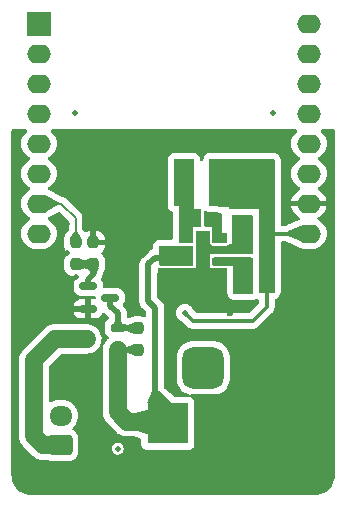
<source format=gbr>
%TF.GenerationSoftware,KiCad,Pcbnew,7.0.11-2.fc38*%
%TF.CreationDate,2024-04-05T10:11:15+02:00*%
%TF.ProjectId,WLED_Board,574c4544-5f42-46f6-9172-642e6b696361,rev?*%
%TF.SameCoordinates,Original*%
%TF.FileFunction,Copper,L4,Bot*%
%TF.FilePolarity,Positive*%
%FSLAX46Y46*%
G04 Gerber Fmt 4.6, Leading zero omitted, Abs format (unit mm)*
G04 Created by KiCad (PCBNEW 7.0.11-2.fc38) date 2024-04-05 10:11:15*
%MOMM*%
%LPD*%
G01*
G04 APERTURE LIST*
G04 Aperture macros list*
%AMRoundRect*
0 Rectangle with rounded corners*
0 $1 Rounding radius*
0 $2 $3 $4 $5 $6 $7 $8 $9 X,Y pos of 4 corners*
0 Add a 4 corners polygon primitive as box body*
4,1,4,$2,$3,$4,$5,$6,$7,$8,$9,$2,$3,0*
0 Add four circle primitives for the rounded corners*
1,1,$1+$1,$2,$3*
1,1,$1+$1,$4,$5*
1,1,$1+$1,$6,$7*
1,1,$1+$1,$8,$9*
0 Add four rect primitives between the rounded corners*
20,1,$1+$1,$2,$3,$4,$5,0*
20,1,$1+$1,$4,$5,$6,$7,0*
20,1,$1+$1,$6,$7,$8,$9,0*
20,1,$1+$1,$8,$9,$2,$3,0*%
G04 Aperture macros list end*
%TA.AperFunction,ComponentPad*%
%ADD10R,2.000000X2.000000*%
%TD*%
%TA.AperFunction,ComponentPad*%
%ADD11O,2.000000X1.600000*%
%TD*%
%TA.AperFunction,ComponentPad*%
%ADD12RoundRect,0.250000X0.725000X-0.600000X0.725000X0.600000X-0.725000X0.600000X-0.725000X-0.600000X0*%
%TD*%
%TA.AperFunction,ComponentPad*%
%ADD13O,1.950000X1.700000*%
%TD*%
%TA.AperFunction,ComponentPad*%
%ADD14R,3.500000X3.500000*%
%TD*%
%TA.AperFunction,ComponentPad*%
%ADD15RoundRect,0.750000X0.750000X1.000000X-0.750000X1.000000X-0.750000X-1.000000X0.750000X-1.000000X0*%
%TD*%
%TA.AperFunction,ComponentPad*%
%ADD16RoundRect,0.875000X0.875000X0.875000X-0.875000X0.875000X-0.875000X-0.875000X0.875000X-0.875000X0*%
%TD*%
%TA.AperFunction,SMDPad,CuDef*%
%ADD17R,1.500000X3.600000*%
%TD*%
%TA.AperFunction,SMDPad,CuDef*%
%ADD18RoundRect,0.150000X-0.587500X-0.150000X0.587500X-0.150000X0.587500X0.150000X-0.587500X0.150000X0*%
%TD*%
%TA.AperFunction,SMDPad,CuDef*%
%ADD19R,0.972299X0.558000*%
%TD*%
%TA.AperFunction,SMDPad,CuDef*%
%ADD20RoundRect,0.237500X0.237500X-0.250000X0.237500X0.250000X-0.237500X0.250000X-0.237500X-0.250000X0*%
%TD*%
%TA.AperFunction,SMDPad,CuDef*%
%ADD21RoundRect,0.250000X0.475000X-0.337500X0.475000X0.337500X-0.475000X0.337500X-0.475000X-0.337500X0*%
%TD*%
%TA.AperFunction,SMDPad,CuDef*%
%ADD22RoundRect,0.162500X0.447500X0.162500X-0.447500X0.162500X-0.447500X-0.162500X0.447500X-0.162500X0*%
%TD*%
%TA.AperFunction,SMDPad,CuDef*%
%ADD23RoundRect,0.237500X0.237500X-0.300000X0.237500X0.300000X-0.237500X0.300000X-0.237500X-0.300000X0*%
%TD*%
%TA.AperFunction,SMDPad,CuDef*%
%ADD24RoundRect,0.237500X0.250000X0.237500X-0.250000X0.237500X-0.250000X-0.237500X0.250000X-0.237500X0*%
%TD*%
%TA.AperFunction,SMDPad,CuDef*%
%ADD25RoundRect,0.237500X0.300000X0.237500X-0.300000X0.237500X-0.300000X-0.237500X0.300000X-0.237500X0*%
%TD*%
%TA.AperFunction,SMDPad,CuDef*%
%ADD26RoundRect,0.237500X-0.237500X0.250000X-0.237500X-0.250000X0.237500X-0.250000X0.237500X0.250000X0*%
%TD*%
%TA.AperFunction,SMDPad,CuDef*%
%ADD27C,0.500000*%
%TD*%
%TA.AperFunction,ViaPad*%
%ADD28C,0.500000*%
%TD*%
%TA.AperFunction,ViaPad*%
%ADD29C,0.600000*%
%TD*%
%TA.AperFunction,Conductor*%
%ADD30C,0.520000*%
%TD*%
%TA.AperFunction,Conductor*%
%ADD31C,0.340000*%
%TD*%
%TA.AperFunction,Conductor*%
%ADD32C,1.500000*%
%TD*%
%TA.AperFunction,Conductor*%
%ADD33C,0.150000*%
%TD*%
G04 APERTURE END LIST*
D10*
%TO.P,U2,1,~{RST}*%
%TO.N,unconnected-(U2-~{RST}-Pad1)*%
X84140000Y-88300000D03*
D11*
%TO.P,U2,2,A0*%
%TO.N,unconnected-(U2-A0-Pad2)*%
X84140000Y-90840000D03*
%TO.P,U2,3,D0*%
%TO.N,unconnected-(U2-D0-Pad3)*%
X84140000Y-93380000D03*
%TO.P,U2,4,SCK/D5*%
%TO.N,unconnected-(U2-SCK{slash}D5-Pad4)*%
X84140000Y-95920000D03*
%TO.P,U2,5,MISO/D6*%
%TO.N,unconnected-(U2-MISO{slash}D6-Pad5)*%
X84140000Y-98460000D03*
%TO.P,U2,6,MOSI/D7*%
%TO.N,unconnected-(U2-MOSI{slash}D7-Pad6)*%
X84140000Y-101000000D03*
%TO.P,U2,7,CS/D8*%
%TO.N,D1_Relay*%
X84140000Y-103540000D03*
%TO.P,U2,8,3V3*%
%TO.N,unconnected-(U2-3V3-Pad8)*%
X84140000Y-106080000D03*
%TO.P,U2,9,5V*%
%TO.N,+5V*%
X107000000Y-106080000D03*
%TO.P,U2,10,GND*%
%TO.N,GND*%
X107000000Y-103540000D03*
%TO.P,U2,11,D4*%
%TO.N,D1_data*%
X107000000Y-101000000D03*
%TO.P,U2,12,D3*%
%TO.N,unconnected-(U2-D3-Pad12)*%
X107000000Y-98460000D03*
%TO.P,U2,13,SDA/D2*%
%TO.N,unconnected-(U2-SDA{slash}D2-Pad13)*%
X107000000Y-95920000D03*
%TO.P,U2,14,SCL/D1*%
%TO.N,unconnected-(U2-SCL{slash}D1-Pad14)*%
X107000000Y-93380000D03*
%TO.P,U2,15,RX*%
%TO.N,unconnected-(U2-RX-Pad15)*%
X107000000Y-90840000D03*
%TO.P,U2,16,TX*%
%TO.N,unconnected-(U2-TX-Pad16)*%
X107000000Y-88300000D03*
%TD*%
D12*
%TO.P,J1,1,Pin_1*%
%TO.N,12V_switched*%
X85975000Y-124000000D03*
D13*
%TO.P,J1,2,Pin_2*%
%TO.N,/DATA_OUT*%
X85975000Y-121500000D03*
%TO.P,J1,3,Pin_3*%
%TO.N,GND*%
X85975000Y-119000000D03*
%TD*%
D14*
%TO.P,J2,1*%
%TO.N,+12V*%
X95049999Y-122157500D03*
D15*
%TO.P,J2,2*%
%TO.N,GND*%
X101049999Y-122157500D03*
D16*
%TO.P,J2,3*%
%TO.N,N/C*%
X98049999Y-117457500D03*
%TD*%
D17*
%TO.P,L1,1,1*%
%TO.N,+5V*%
X99474999Y-101750000D03*
%TO.P,L1,2,2*%
%TO.N,/BUCK_SW*%
X96424999Y-101750000D03*
%TD*%
D18*
%TO.P,Q1,1,E*%
%TO.N,GND*%
X88312500Y-112450000D03*
%TO.P,Q1,2,B*%
%TO.N,/PN_BIAS*%
X88312500Y-110550000D03*
%TO.P,Q1,3,C*%
%TO.N,/PMOS_BIAS*%
X90187500Y-111500000D03*
%TD*%
D19*
%TO.P,U1,1,CB*%
%TO.N,/BUCK_CB*%
X99362451Y-106549999D03*
%TO.P,U1,2,GND*%
%TO.N,GND*%
X99362451Y-107500000D03*
%TO.P,U1,3,FB*%
%TO.N,/BUCK_FB*%
X99362451Y-108450001D03*
%TO.P,U1,4,EN*%
%TO.N,+12V*%
X96637549Y-108450001D03*
%TO.P,U1,5,VIN*%
X96637549Y-107500000D03*
%TO.P,U1,6,SW*%
%TO.N,/BUCK_SW*%
X96637549Y-106549999D03*
%TD*%
D20*
%TO.P,R2,1*%
%TO.N,/BUCK_FB*%
X101362451Y-108912500D03*
%TO.P,R2,2*%
%TO.N,GND*%
X101362451Y-107087500D03*
%TD*%
D21*
%TO.P,C1,1*%
%TO.N,GND*%
X101500000Y-105287500D03*
%TO.P,C1,2*%
%TO.N,+5V*%
X101500000Y-103212500D03*
%TD*%
D22*
%TO.P,Q2,1,G*%
%TO.N,/PMOS_BIAS*%
X90810000Y-114050000D03*
%TO.P,Q2,2,S*%
%TO.N,+12V*%
X90810000Y-115950000D03*
%TO.P,Q2,3,D*%
%TO.N,12V_switched*%
X88190000Y-115000000D03*
%TD*%
D23*
%TO.P,C3,1*%
%TO.N,GND*%
X95000000Y-109862500D03*
%TO.P,C3,2*%
%TO.N,+12V*%
X95000000Y-108137500D03*
%TD*%
D24*
%TO.P,R1,1*%
%TO.N,+5V*%
X103412499Y-110450001D03*
%TO.P,R1,2*%
%TO.N,/BUCK_FB*%
X101587499Y-110450001D03*
%TD*%
D25*
%TO.P,C2,1*%
%TO.N,/BUCK_CB*%
X98862500Y-104750000D03*
%TO.P,C2,2*%
%TO.N,/BUCK_SW*%
X97137500Y-104750000D03*
%TD*%
D26*
%TO.P,R4,1*%
%TO.N,D1_Relay*%
X87250000Y-106837500D03*
%TO.P,R4,2*%
%TO.N,/PN_BIAS*%
X87250000Y-108662500D03*
%TD*%
D27*
%TO.P,FID4,*%
%TO.N,*%
X103949999Y-95850000D03*
%TD*%
D20*
%TO.P,R5,1*%
%TO.N,/PN_BIAS*%
X88750000Y-108662500D03*
%TO.P,R5,2*%
%TO.N,GND*%
X88750000Y-106837500D03*
%TD*%
%TO.P,R6,1*%
%TO.N,+12V*%
X92500000Y-115912500D03*
%TO.P,R6,2*%
%TO.N,/PMOS_BIAS*%
X92500000Y-114087500D03*
%TD*%
D27*
%TO.P,FID6,*%
%TO.N,*%
X90799999Y-124300000D03*
%TD*%
%TO.P,FID5,*%
%TO.N,*%
X87149999Y-95900000D03*
%TD*%
D28*
%TO.N,GND*%
X98499999Y-125950000D03*
X82099999Y-113150000D03*
X95599999Y-97950000D03*
X108849999Y-111300000D03*
X108649999Y-126800000D03*
X91499999Y-112250000D03*
X89449999Y-97950000D03*
X102249999Y-112000000D03*
X94549999Y-127800000D03*
X108849999Y-112950000D03*
X86499999Y-105250000D03*
X108899999Y-114750000D03*
X104499999Y-114500000D03*
X102049999Y-118850000D03*
X91049999Y-97950000D03*
X82149999Y-118750000D03*
X89999999Y-101000000D03*
X88249999Y-117950000D03*
X84799999Y-127800000D03*
X101049999Y-127900000D03*
X106649999Y-126350000D03*
X82099999Y-102700000D03*
X104649999Y-121850000D03*
D29*
X92199999Y-108900000D03*
X86799999Y-112000000D03*
D28*
X108849999Y-124300000D03*
X94199999Y-97950000D03*
X98249999Y-97950000D03*
X102399999Y-127900000D03*
X82099999Y-109900000D03*
X82249999Y-125250000D03*
X87049999Y-116850000D03*
X108899999Y-103350000D03*
X106599999Y-117950000D03*
X92799999Y-97950000D03*
X104499999Y-126350000D03*
X102099999Y-97950000D03*
X82099999Y-111450000D03*
X108849999Y-107550000D03*
X94999999Y-126000000D03*
X106599999Y-120950000D03*
X88649999Y-121150000D03*
X87799999Y-127800000D03*
X107649999Y-127750000D03*
X108849999Y-120550000D03*
X90649999Y-127800000D03*
X82099999Y-114850000D03*
X103699999Y-127900000D03*
X101749999Y-99000000D03*
X98399999Y-127850000D03*
X95499999Y-113750000D03*
X108849999Y-116400000D03*
X108899999Y-97850000D03*
X87999999Y-102250000D03*
X82399999Y-126850000D03*
X86499999Y-107750000D03*
X106599999Y-109400000D03*
X101499999Y-125750000D03*
X105049999Y-127950000D03*
X82149999Y-101050000D03*
X82149999Y-98100000D03*
X87849999Y-97950000D03*
X89349999Y-127800000D03*
X101899999Y-115050000D03*
X108849999Y-123050000D03*
X100399999Y-107500000D03*
X108849999Y-117700000D03*
X84049999Y-111800000D03*
X85299999Y-110250000D03*
X106599999Y-115050000D03*
X108849999Y-125550000D03*
X82149999Y-104500000D03*
X86299999Y-127800000D03*
X82099999Y-106450000D03*
X84099999Y-108750000D03*
X87999999Y-100000000D03*
X91249999Y-102250000D03*
X99699999Y-127900000D03*
X108899999Y-101700000D03*
X82149999Y-99600000D03*
X91399999Y-125900000D03*
X103249999Y-97950000D03*
X104449999Y-118250000D03*
X108849999Y-109350000D03*
X97999999Y-106600000D03*
X88849999Y-123700000D03*
X83349999Y-127750000D03*
X99549999Y-97950000D03*
X108849999Y-121850000D03*
X92499999Y-100000000D03*
X108849999Y-100100000D03*
X106449999Y-127950000D03*
X86599999Y-97900000D03*
X82099999Y-108200000D03*
X96699999Y-109500000D03*
X87249999Y-109750000D03*
X108899999Y-105550000D03*
X88899999Y-125850000D03*
X91899999Y-127800000D03*
X93249999Y-127800000D03*
X82099999Y-120700000D03*
X98299999Y-122100000D03*
X95849999Y-127800000D03*
D29*
X88750000Y-105800000D03*
D28*
X82149999Y-117050000D03*
X108849999Y-119200000D03*
X104549999Y-119950000D03*
X93249999Y-107000000D03*
X104549999Y-124050000D03*
X99199999Y-109500000D03*
X101999999Y-116900000D03*
X97149999Y-127800000D03*
X82099999Y-122800000D03*
X104399999Y-97950000D03*
X96999999Y-97950000D03*
X106549999Y-112200000D03*
D29*
X100299999Y-112800000D03*
D28*
X97999999Y-108400000D03*
X106699999Y-123750000D03*
X94499999Y-106250000D03*
X100849999Y-97950000D03*
X104499999Y-115500000D03*
X90999999Y-110250000D03*
X89499999Y-104000000D03*
%TO.N,+5V*%
X96499999Y-112800000D03*
X101749999Y-100000000D03*
%TD*%
D30*
%TO.N,GND*%
X88750000Y-105800000D02*
X88750000Y-106837500D01*
D31*
%TO.N,+5V*%
X102229999Y-113470000D02*
X103412499Y-112287500D01*
X97169999Y-113470000D02*
X102229999Y-113470000D01*
X96499999Y-112800000D02*
X97169999Y-113470000D01*
X103679999Y-106080000D02*
X103499999Y-105900000D01*
X107000000Y-106080000D02*
X103679999Y-106080000D01*
X103412499Y-112287500D02*
X103412499Y-110450001D01*
D30*
%TO.N,+12V*%
X93399999Y-108700000D02*
X93399999Y-111800000D01*
X93962499Y-108137500D02*
X93399999Y-108700000D01*
X92500000Y-115912500D02*
X90847500Y-115912500D01*
D32*
X90810000Y-115950000D02*
X90810000Y-121210001D01*
X90810000Y-121210001D02*
X91599999Y-122000000D01*
D30*
X94000000Y-112400001D02*
X94000000Y-122000000D01*
X90847500Y-115912500D02*
X90810000Y-115950000D01*
X95000000Y-108137500D02*
X93962499Y-108137500D01*
D32*
X91599999Y-122000000D02*
X94000000Y-122000000D01*
D30*
X93399999Y-111800000D02*
X94000000Y-112400001D01*
D32*
%TO.N,12V_switched*%
X83699999Y-116800000D02*
X83699999Y-123200000D01*
X84499999Y-124000000D02*
X85975000Y-124000000D01*
X83699999Y-123200000D02*
X84499999Y-124000000D01*
X85499999Y-115000000D02*
X83699999Y-116800000D01*
X88190000Y-115000000D02*
X85499999Y-115000000D01*
D30*
%TO.N,/PN_BIAS*%
X88312500Y-110550000D02*
X88312500Y-109987499D01*
X88312500Y-109987499D02*
X88750000Y-109549999D01*
X88750000Y-108662500D02*
X87250000Y-108662500D01*
X88750000Y-109549999D02*
X88750000Y-108662500D01*
D33*
%TO.N,D1_Relay*%
X87250000Y-106837500D02*
X87250000Y-104750001D01*
X86039999Y-103540000D02*
X84140000Y-103540000D01*
X87250000Y-104750001D02*
X86039999Y-103540000D01*
D30*
%TO.N,/PMOS_BIAS*%
X90810000Y-112810001D02*
X90810000Y-114050000D01*
X92462500Y-114050000D02*
X92500000Y-114087500D01*
X90187500Y-111500000D02*
X90187500Y-112187501D01*
X90187500Y-112187501D02*
X90810000Y-112810001D01*
X90810000Y-114050000D02*
X92462500Y-114050000D01*
%TD*%
%TA.AperFunction,Conductor*%
%TO.N,/PMOS_BIAS*%
G36*
X92172545Y-113621377D02*
G01*
X92176354Y-113624836D01*
X92496165Y-114080610D01*
X92498112Y-114089350D01*
X92496005Y-114094273D01*
X92165744Y-114542210D01*
X92158076Y-114546835D01*
X92152055Y-114546159D01*
X91557428Y-114312913D01*
X91550977Y-114306702D01*
X91550000Y-114302021D01*
X91550000Y-113798903D01*
X91553427Y-113790630D01*
X91558578Y-113787627D01*
X92163658Y-113620279D01*
X92172545Y-113621377D01*
G37*
%TD.AperFunction*%
%TD*%
%TA.AperFunction,Conductor*%
%TO.N,/PN_BIAS*%
G36*
X88757708Y-108667035D02*
G01*
X89199633Y-108997930D01*
X89204201Y-109005632D01*
X89203422Y-109011792D01*
X88887530Y-109770744D01*
X88881187Y-109777065D01*
X88872232Y-109777050D01*
X88868455Y-109774521D01*
X88514364Y-109420430D01*
X88512296Y-109417630D01*
X88297764Y-109012241D01*
X88296924Y-109003327D01*
X88301106Y-108997395D01*
X88743698Y-108667024D01*
X88752376Y-108664822D01*
X88757708Y-108667035D01*
G37*
%TD.AperFunction*%
%TD*%
%TA.AperFunction,Conductor*%
%TO.N,/PMOS_BIAS*%
G36*
X91068681Y-113403427D02*
G01*
X91071881Y-113409405D01*
X91133774Y-113718871D01*
X91132036Y-113727656D01*
X91130587Y-113729426D01*
X90818286Y-114042688D01*
X90810018Y-114046128D01*
X90801740Y-114042714D01*
X90801714Y-114042688D01*
X90489412Y-113729426D01*
X90485998Y-113721148D01*
X90486224Y-113718878D01*
X90548119Y-113409405D01*
X90553102Y-113401965D01*
X90559592Y-113400000D01*
X91060408Y-113400000D01*
X91068681Y-113403427D01*
G37*
%TD.AperFunction*%
%TD*%
%TA.AperFunction,Conductor*%
%TO.N,/PN_BIAS*%
G36*
X87586674Y-108195871D02*
G01*
X87684677Y-108228888D01*
X88192036Y-108399816D01*
X88198782Y-108405705D01*
X88200000Y-108410904D01*
X88200000Y-108914095D01*
X88196573Y-108922368D01*
X88192035Y-108925183D01*
X87586674Y-109129128D01*
X87577740Y-109128522D01*
X87573362Y-109124760D01*
X87253715Y-108669220D01*
X87251768Y-108660480D01*
X87253715Y-108655780D01*
X87573363Y-108200237D01*
X87580919Y-108195435D01*
X87586674Y-108195871D01*
G37*
%TD.AperFunction*%
%TD*%
%TA.AperFunction,Conductor*%
%TO.N,+12V*%
G36*
X92172259Y-115446477D02*
G01*
X92176637Y-115450239D01*
X92496284Y-115905780D01*
X92498231Y-115914520D01*
X92496284Y-115919220D01*
X92176637Y-116374760D01*
X92169080Y-116379564D01*
X92163325Y-116379128D01*
X91557965Y-116175183D01*
X91551218Y-116169294D01*
X91550000Y-116164095D01*
X91550000Y-115660904D01*
X91553427Y-115652631D01*
X91557962Y-115649817D01*
X92163325Y-115445871D01*
X92172259Y-115446477D01*
G37*
%TD.AperFunction*%
%TD*%
%TA.AperFunction,Conductor*%
%TO.N,+5V*%
G36*
X96683620Y-112632912D02*
G01*
X96684790Y-112634290D01*
X96967908Y-113025264D01*
X96969985Y-113033975D01*
X96966705Y-113040399D01*
X96740398Y-113266706D01*
X96732125Y-113270133D01*
X96725263Y-113267909D01*
X96334289Y-112984791D01*
X96329598Y-112977164D01*
X96331675Y-112968453D01*
X96332834Y-112967086D01*
X96499292Y-112799293D01*
X96667076Y-112632844D01*
X96675361Y-112629452D01*
X96683620Y-112632912D01*
G37*
%TD.AperFunction*%
%TD*%
%TA.AperFunction,Conductor*%
%TO.N,D1_Relay*%
G36*
X84655309Y-102805599D02*
G01*
X85933643Y-103461737D01*
X85939438Y-103468564D01*
X85940000Y-103472146D01*
X85940000Y-103607853D01*
X85936573Y-103616126D01*
X85933643Y-103618262D01*
X84655309Y-104274400D01*
X84646384Y-104275129D01*
X84640319Y-104270611D01*
X84143541Y-103546619D01*
X84141687Y-103537859D01*
X84143542Y-103533380D01*
X84185559Y-103472146D01*
X84640320Y-102809386D01*
X84647825Y-102804506D01*
X84655309Y-102805599D01*
G37*
%TD.AperFunction*%
%TD*%
%TA.AperFunction,Conductor*%
%TO.N,/BUCK_CB*%
G36*
X98310699Y-104160169D02*
G01*
X98333663Y-104180067D01*
X98464540Y-104239838D01*
X98531579Y-104259523D01*
X98531583Y-104259524D01*
X98673999Y-104280000D01*
X99179614Y-104280000D01*
X99192211Y-104280642D01*
X99201048Y-104281544D01*
X99213415Y-104282807D01*
X99230293Y-104285720D01*
X99259011Y-104292748D01*
X99259020Y-104292750D01*
X99298023Y-104299044D01*
X99320701Y-104300862D01*
X99378546Y-104305500D01*
X99378555Y-104305500D01*
X99475999Y-104305500D01*
X99543038Y-104325185D01*
X99588793Y-104377989D01*
X99599999Y-104429500D01*
X99599999Y-106000000D01*
X99975999Y-106000000D01*
X100043038Y-106019685D01*
X100088793Y-106072489D01*
X100099999Y-106124000D01*
X100099999Y-106776000D01*
X100080314Y-106843039D01*
X100027510Y-106888794D01*
X99975999Y-106900000D01*
X98923999Y-106900000D01*
X98856960Y-106880315D01*
X98811205Y-106827511D01*
X98799999Y-106776000D01*
X98799999Y-105500000D01*
X98229499Y-105500000D01*
X98162460Y-105480315D01*
X98116705Y-105427511D01*
X98105499Y-105376000D01*
X98105499Y-104253883D01*
X98125184Y-104186844D01*
X98177988Y-104141089D01*
X98247146Y-104131145D01*
X98310699Y-104160169D01*
G37*
%TD.AperFunction*%
%TD*%
%TA.AperFunction,Conductor*%
%TO.N,GND*%
G36*
X102187538Y-104525185D02*
G01*
X102233293Y-104577989D01*
X102244499Y-104629500D01*
X102244499Y-107770500D01*
X102235837Y-107800000D01*
X98599999Y-107800000D01*
X98599999Y-108185750D01*
X98594499Y-108224003D01*
X98594499Y-108676007D01*
X98599196Y-108719686D01*
X98599999Y-108723377D01*
X98599999Y-109000000D01*
X98885748Y-109000000D01*
X98923999Y-109005500D01*
X100099999Y-109005500D01*
X100099999Y-110600000D01*
X94199999Y-110600000D01*
X94199999Y-109000000D01*
X94385748Y-109000000D01*
X94423999Y-109005500D01*
X94424003Y-109005500D01*
X97075990Y-109005500D01*
X97075999Y-109005500D01*
X97119683Y-109000803D01*
X97123374Y-109000000D01*
X97399999Y-109000000D01*
X97399999Y-108714250D01*
X97405499Y-108676000D01*
X97405499Y-107224000D01*
X97400802Y-107180316D01*
X97399999Y-107176624D01*
X97399999Y-106808750D01*
X97405499Y-106770500D01*
X97405499Y-105900000D01*
X98594499Y-105900000D01*
X98594499Y-106776007D01*
X98599196Y-106819686D01*
X98599999Y-106823377D01*
X98599999Y-107000000D01*
X98688752Y-107000000D01*
X98701659Y-107014895D01*
X98719241Y-107032839D01*
X98719245Y-107032843D01*
X98719246Y-107032844D01*
X98719248Y-107032845D01*
X98799058Y-107077488D01*
X98799062Y-107077490D01*
X98866101Y-107097175D01*
X98923999Y-107105500D01*
X98924003Y-107105500D01*
X99975990Y-107105500D01*
X99975999Y-107105500D01*
X100019683Y-107100803D01*
X100048874Y-107094452D01*
X100071173Y-107089602D01*
X100071189Y-107089598D01*
X100071194Y-107089597D01*
X100081372Y-107087110D01*
X100162084Y-107044100D01*
X100212978Y-107000000D01*
X100499999Y-107000000D01*
X100499999Y-104505500D01*
X102120499Y-104505500D01*
X102187538Y-104525185D01*
G37*
%TD.AperFunction*%
%TD*%
%TA.AperFunction,Conductor*%
%TO.N,D1_Relay*%
G36*
X87326729Y-105878427D02*
G01*
X87328425Y-105880575D01*
X87701332Y-106487516D01*
X87702743Y-106496359D01*
X87698372Y-106503009D01*
X87257009Y-106833255D01*
X87248332Y-106835468D01*
X87242991Y-106833255D01*
X86801627Y-106503009D01*
X86797055Y-106495309D01*
X86798666Y-106487519D01*
X87171575Y-105880575D01*
X87178826Y-105875320D01*
X87181544Y-105875000D01*
X87318456Y-105875000D01*
X87326729Y-105878427D01*
G37*
%TD.AperFunction*%
%TD*%
%TA.AperFunction,Conductor*%
%TO.N,/BUCK_FB*%
G36*
X102187538Y-108119685D02*
G01*
X102233293Y-108172489D01*
X102244499Y-108224000D01*
X102244499Y-111026005D01*
X102246331Y-111043044D01*
X102248449Y-111062745D01*
X102236046Y-111131503D01*
X102188436Y-111182641D01*
X102125161Y-111200000D01*
X100723999Y-111200000D01*
X100656960Y-111180315D01*
X100611205Y-111127511D01*
X100599999Y-111076000D01*
X100599999Y-108800000D01*
X98923999Y-108800000D01*
X98856960Y-108780315D01*
X98811205Y-108727511D01*
X98799999Y-108676000D01*
X98799999Y-108224000D01*
X98819684Y-108156961D01*
X98872488Y-108111206D01*
X98923999Y-108100000D01*
X102120499Y-108100000D01*
X102187538Y-108119685D01*
G37*
%TD.AperFunction*%
%TD*%
%TA.AperFunction,Conductor*%
%TO.N,/BUCK_SW*%
G36*
X97243038Y-99769685D02*
G01*
X97288793Y-99822489D01*
X97299999Y-99874000D01*
X97299999Y-104000000D01*
X97775999Y-104000000D01*
X97843038Y-104019685D01*
X97888793Y-104072489D01*
X97899999Y-104124000D01*
X97899999Y-105376000D01*
X97880314Y-105443039D01*
X97827510Y-105488794D01*
X97775999Y-105500000D01*
X97199999Y-105500000D01*
X97199999Y-106770500D01*
X97180314Y-106837539D01*
X97127510Y-106883294D01*
X97075999Y-106894500D01*
X96123999Y-106894500D01*
X96056960Y-106874815D01*
X96011205Y-106822011D01*
X95999999Y-106770500D01*
X95999999Y-103750000D01*
X95673999Y-103750000D01*
X95606960Y-103730315D01*
X95561205Y-103677511D01*
X95549999Y-103626000D01*
X95549999Y-99874000D01*
X95569684Y-99806961D01*
X95622488Y-99761206D01*
X95673999Y-99750000D01*
X97175999Y-99750000D01*
X97243038Y-99769685D01*
G37*
%TD.AperFunction*%
%TD*%
%TA.AperFunction,Conductor*%
%TO.N,/PMOS_BIAS*%
G36*
X90195758Y-111507285D02*
G01*
X90483427Y-111795913D01*
X90486840Y-111804191D01*
X90486737Y-111805718D01*
X90448854Y-112089846D01*
X90444364Y-112097594D01*
X90437257Y-112100000D01*
X89937743Y-112100000D01*
X89929470Y-112096573D01*
X89926146Y-112089846D01*
X89888262Y-111805718D01*
X89890565Y-111797065D01*
X89891561Y-111795924D01*
X90179214Y-111507313D01*
X90187481Y-111503873D01*
X90195758Y-111507285D01*
G37*
%TD.AperFunction*%
%TD*%
%TA.AperFunction,Conductor*%
%TO.N,+12V*%
G36*
X94263261Y-119410236D02*
G01*
X95446557Y-120402898D01*
X95450692Y-120410841D01*
X95450440Y-120414480D01*
X95054748Y-122137812D01*
X95049557Y-122145109D01*
X95040727Y-122146597D01*
X95035043Y-122143438D01*
X93316876Y-120413100D01*
X93313478Y-120404815D01*
X93314423Y-120400249D01*
X93736961Y-119414590D01*
X93743371Y-119408336D01*
X93747715Y-119407500D01*
X94255741Y-119407500D01*
X94263261Y-119410236D01*
G37*
%TD.AperFunction*%
%TD*%
%TA.AperFunction,Conductor*%
%TO.N,/PN_BIAS*%
G36*
X88422259Y-108196477D02*
G01*
X88426637Y-108200239D01*
X88746284Y-108655780D01*
X88748231Y-108664520D01*
X88746284Y-108669220D01*
X88426637Y-109124760D01*
X88419080Y-109129564D01*
X88413325Y-109129128D01*
X87807965Y-108925183D01*
X87801218Y-108919294D01*
X87800000Y-108914095D01*
X87800000Y-108410904D01*
X87803427Y-108402631D01*
X87807962Y-108399817D01*
X88413325Y-108195871D01*
X88422259Y-108196477D01*
G37*
%TD.AperFunction*%
%TD*%
%TA.AperFunction,Conductor*%
%TO.N,+5V*%
G36*
X101710335Y-99750779D02*
G01*
X101728524Y-99752829D01*
X101749998Y-99755249D01*
X101749999Y-99755249D01*
X101750000Y-99755249D01*
X101771473Y-99752829D01*
X101789662Y-99750779D01*
X101803546Y-99750000D01*
X103975999Y-99750000D01*
X104043038Y-99769685D01*
X104088793Y-99822489D01*
X104099999Y-99874000D01*
X104099999Y-111026000D01*
X104080314Y-111093039D01*
X104027510Y-111138794D01*
X103975999Y-111150000D01*
X102873999Y-111150000D01*
X102806960Y-111130315D01*
X102761205Y-111077511D01*
X102749999Y-111026000D01*
X102749999Y-104000000D01*
X100373999Y-104000000D01*
X100306960Y-103980315D01*
X100261205Y-103927511D01*
X100249999Y-103876000D01*
X100249999Y-103800000D01*
X99378555Y-103800000D01*
X99339552Y-103793706D01*
X99312755Y-103784826D01*
X99312751Y-103784825D01*
X99211684Y-103774500D01*
X98673999Y-103774500D01*
X98606960Y-103754815D01*
X98561205Y-103702011D01*
X98549999Y-103650500D01*
X98549999Y-99874000D01*
X98569684Y-99806961D01*
X98622488Y-99761206D01*
X98673999Y-99750000D01*
X101696452Y-99750000D01*
X101710335Y-99750779D01*
G37*
%TD.AperFunction*%
%TD*%
%TA.AperFunction,Conductor*%
%TO.N,/PN_BIAS*%
G36*
X88169397Y-109791364D02*
G01*
X88522863Y-110144830D01*
X88617701Y-110241543D01*
X88621046Y-110249850D01*
X88617539Y-110258089D01*
X88617437Y-110258188D01*
X88320265Y-110542597D01*
X88311918Y-110545841D01*
X88303722Y-110542234D01*
X88303703Y-110542214D01*
X88033154Y-110258188D01*
X88029915Y-110254787D01*
X88026691Y-110246435D01*
X88027103Y-110243629D01*
X88149842Y-109796537D01*
X88155336Y-109789469D01*
X88164221Y-109788354D01*
X88169397Y-109791364D01*
G37*
%TD.AperFunction*%
%TD*%
%TA.AperFunction,Conductor*%
%TO.N,+12V*%
G36*
X97143038Y-107119685D02*
G01*
X97188793Y-107172489D01*
X97199999Y-107224000D01*
X97199999Y-108676000D01*
X97180314Y-108743039D01*
X97127510Y-108788794D01*
X97075999Y-108800000D01*
X94423999Y-108800000D01*
X94356960Y-108780315D01*
X94311205Y-108727511D01*
X94299999Y-108676000D01*
X94299999Y-107224000D01*
X94319684Y-107156961D01*
X94372488Y-107111206D01*
X94423999Y-107100000D01*
X97075999Y-107100000D01*
X97143038Y-107119685D01*
G37*
%TD.AperFunction*%
%TD*%
%TA.AperFunction,Conductor*%
%TO.N,+12V*%
G36*
X93303917Y-121058079D02*
G01*
X93611075Y-121251371D01*
X95033645Y-122146579D01*
X95038821Y-122153885D01*
X95037315Y-122162713D01*
X95032768Y-122166884D01*
X93304244Y-123056703D01*
X93295436Y-123057479D01*
X92308246Y-122752547D01*
X92301353Y-122746831D01*
X92299999Y-122741368D01*
X92299999Y-121259644D01*
X92303426Y-121251371D01*
X92309463Y-121248160D01*
X93295454Y-121056497D01*
X93303917Y-121058079D01*
G37*
%TD.AperFunction*%
%TD*%
%TA.AperFunction,Conductor*%
%TO.N,12V_switched*%
G36*
X85252248Y-123153120D02*
G01*
X85254236Y-123154966D01*
X85967733Y-123991360D01*
X85970495Y-123999878D01*
X85966425Y-124007854D01*
X85965982Y-124008214D01*
X85043210Y-124720637D01*
X85034567Y-124722980D01*
X85032338Y-124722468D01*
X83740090Y-124288851D01*
X83733337Y-124282971D01*
X83732720Y-124274037D01*
X83735537Y-124269488D01*
X84780138Y-123224887D01*
X84786619Y-123221600D01*
X85243550Y-123150996D01*
X85252248Y-123153120D01*
G37*
%TD.AperFunction*%
%TD*%
%TA.AperFunction,Conductor*%
%TO.N,+5V*%
G36*
X106499337Y-105348889D02*
G01*
X106996457Y-106073380D01*
X106998312Y-106082141D01*
X106996457Y-106086620D01*
X106499337Y-106811110D01*
X106491831Y-106815992D01*
X106484979Y-106815200D01*
X105206989Y-106253074D01*
X105200796Y-106246606D01*
X105200000Y-106242364D01*
X105200000Y-105917635D01*
X105203427Y-105909362D01*
X105206985Y-105906927D01*
X106484979Y-105344798D01*
X106493932Y-105344605D01*
X106499337Y-105348889D01*
G37*
%TD.AperFunction*%
%TD*%
%TA.AperFunction,Conductor*%
%TO.N,+12V*%
G36*
X91733959Y-115651877D02*
G01*
X91742026Y-115655764D01*
X91745000Y-115663558D01*
X91745000Y-116162890D01*
X91741573Y-116171163D01*
X91735574Y-116174367D01*
X91336488Y-116253440D01*
X91328331Y-116252077D01*
X90824539Y-115959038D01*
X90819111Y-115951916D01*
X90820308Y-115943041D01*
X90823553Y-115939454D01*
X91254132Y-115627440D01*
X91261653Y-115625234D01*
X91733959Y-115651877D01*
G37*
%TD.AperFunction*%
%TD*%
%TA.AperFunction,Conductor*%
%TO.N,/PMOS_BIAS*%
G36*
X91734846Y-113788646D02*
G01*
X91742594Y-113793136D01*
X91745000Y-113800243D01*
X91745000Y-114299756D01*
X91741573Y-114308029D01*
X91734846Y-114311353D01*
X91262129Y-114374382D01*
X91253718Y-114372259D01*
X90822074Y-114059474D01*
X90817385Y-114051845D01*
X90819465Y-114043135D01*
X90822074Y-114040526D01*
X91253719Y-113727739D01*
X91262128Y-113725617D01*
X91734846Y-113788646D01*
G37*
%TD.AperFunction*%
%TD*%
%TA.AperFunction,Conductor*%
%TO.N,GND*%
G36*
X83078490Y-97269685D02*
G01*
X83124245Y-97322489D01*
X83134189Y-97391647D01*
X83105164Y-97455203D01*
X83099132Y-97461681D01*
X82939954Y-97620858D01*
X82809432Y-97807265D01*
X82809431Y-97807267D01*
X82713261Y-98013502D01*
X82713258Y-98013511D01*
X82654366Y-98233302D01*
X82654364Y-98233313D01*
X82634532Y-98459998D01*
X82634532Y-98460001D01*
X82654364Y-98686686D01*
X82654366Y-98686697D01*
X82713258Y-98906488D01*
X82713261Y-98906497D01*
X82809431Y-99112732D01*
X82809432Y-99112734D01*
X82939954Y-99299141D01*
X83100858Y-99460045D01*
X83100861Y-99460047D01*
X83287266Y-99590568D01*
X83345275Y-99617618D01*
X83397714Y-99663791D01*
X83416866Y-99730984D01*
X83396650Y-99797865D01*
X83345275Y-99842382D01*
X83287267Y-99869431D01*
X83287265Y-99869432D01*
X83100858Y-99999954D01*
X82939954Y-100160858D01*
X82809432Y-100347265D01*
X82809431Y-100347267D01*
X82713261Y-100553502D01*
X82713258Y-100553511D01*
X82654366Y-100773302D01*
X82654364Y-100773313D01*
X82634532Y-100999998D01*
X82634532Y-101000001D01*
X82654364Y-101226686D01*
X82654366Y-101226697D01*
X82713258Y-101446488D01*
X82713261Y-101446497D01*
X82809431Y-101652732D01*
X82809432Y-101652734D01*
X82939954Y-101839141D01*
X83100858Y-102000045D01*
X83100861Y-102000047D01*
X83287266Y-102130568D01*
X83343572Y-102156824D01*
X83345275Y-102157618D01*
X83397714Y-102203791D01*
X83416866Y-102270984D01*
X83396650Y-102337865D01*
X83345275Y-102382382D01*
X83287267Y-102409431D01*
X83287265Y-102409432D01*
X83100858Y-102539954D01*
X82939954Y-102700858D01*
X82809432Y-102887265D01*
X82809431Y-102887267D01*
X82713261Y-103093502D01*
X82713258Y-103093511D01*
X82654366Y-103313302D01*
X82654364Y-103313313D01*
X82634532Y-103539998D01*
X82634532Y-103540001D01*
X82654364Y-103766686D01*
X82654366Y-103766697D01*
X82713258Y-103986488D01*
X82713261Y-103986497D01*
X82809431Y-104192732D01*
X82809432Y-104192734D01*
X82939954Y-104379141D01*
X83100858Y-104540045D01*
X83100861Y-104540047D01*
X83287266Y-104670568D01*
X83344681Y-104697341D01*
X83345275Y-104697618D01*
X83397714Y-104743791D01*
X83416866Y-104810984D01*
X83396650Y-104877865D01*
X83345275Y-104922381D01*
X83328272Y-104930310D01*
X83287267Y-104949431D01*
X83287265Y-104949432D01*
X83100858Y-105079954D01*
X82939954Y-105240858D01*
X82809432Y-105427265D01*
X82809431Y-105427267D01*
X82713261Y-105633502D01*
X82713258Y-105633511D01*
X82654366Y-105853302D01*
X82654364Y-105853313D01*
X82634532Y-106079998D01*
X82634532Y-106080001D01*
X82654364Y-106306686D01*
X82654366Y-106306697D01*
X82713258Y-106526488D01*
X82713261Y-106526497D01*
X82809431Y-106732732D01*
X82809432Y-106732734D01*
X82939954Y-106919141D01*
X83100858Y-107080045D01*
X83100861Y-107080047D01*
X83287266Y-107210568D01*
X83493504Y-107306739D01*
X83713308Y-107365635D01*
X83883214Y-107380499D01*
X83883215Y-107380500D01*
X83883216Y-107380500D01*
X84396785Y-107380500D01*
X84396785Y-107380499D01*
X84566692Y-107365635D01*
X84786496Y-107306739D01*
X84992734Y-107210568D01*
X85179139Y-107080047D01*
X85340047Y-106919139D01*
X85470568Y-106732734D01*
X85566739Y-106526496D01*
X85625635Y-106306692D01*
X85645468Y-106080000D01*
X85625635Y-105853308D01*
X85566739Y-105633504D01*
X85470568Y-105427266D01*
X85340047Y-105240861D01*
X85340045Y-105240858D01*
X85179141Y-105079954D01*
X84992735Y-104949433D01*
X84992736Y-104949433D01*
X84992734Y-104949432D01*
X84936420Y-104923172D01*
X84883982Y-104877000D01*
X84864831Y-104809806D01*
X84885047Y-104742925D01*
X84932198Y-104700478D01*
X84965998Y-104683129D01*
X84970075Y-104681132D01*
X84992734Y-104670568D01*
X84992740Y-104670563D01*
X84995593Y-104668917D01*
X85006496Y-104662343D01*
X85812892Y-104248438D01*
X85881520Y-104235339D01*
X85946339Y-104261422D01*
X85957194Y-104271075D01*
X86638181Y-104952062D01*
X86671666Y-105013385D01*
X86674500Y-105039743D01*
X86674500Y-105688928D01*
X86656152Y-105753841D01*
X86367964Y-106222894D01*
X86352527Y-106249841D01*
X86352182Y-106250587D01*
X86345199Y-106263581D01*
X86339092Y-106273484D01*
X86284826Y-106437247D01*
X86284826Y-106437248D01*
X86284825Y-106437248D01*
X86274500Y-106538315D01*
X86274500Y-107136669D01*
X86274501Y-107136687D01*
X86284825Y-107237752D01*
X86307297Y-107305567D01*
X86339020Y-107401300D01*
X86339092Y-107401515D01*
X86339093Y-107401518D01*
X86365025Y-107443560D01*
X86429464Y-107548033D01*
X86429661Y-107548351D01*
X86543629Y-107662319D01*
X86577114Y-107723642D01*
X86572130Y-107793334D01*
X86543629Y-107837681D01*
X86429661Y-107951648D01*
X86339093Y-108098481D01*
X86339091Y-108098486D01*
X86311719Y-108181088D01*
X86284826Y-108262247D01*
X86284826Y-108262248D01*
X86284825Y-108262248D01*
X86274500Y-108363315D01*
X86274500Y-108961669D01*
X86274501Y-108961687D01*
X86284825Y-109062752D01*
X86339092Y-109226515D01*
X86339093Y-109226518D01*
X86352723Y-109248616D01*
X86429660Y-109373350D01*
X86551650Y-109495340D01*
X86698484Y-109585908D01*
X86862247Y-109640174D01*
X86963323Y-109650500D01*
X87261177Y-109650499D01*
X87328215Y-109670183D01*
X87373970Y-109722987D01*
X87383914Y-109792146D01*
X87354889Y-109855701D01*
X87329260Y-109877090D01*
X87329298Y-109877139D01*
X87327943Y-109878189D01*
X87324303Y-109881228D01*
X87323137Y-109881917D01*
X87323129Y-109881923D01*
X87206923Y-109998129D01*
X87206917Y-109998137D01*
X87123255Y-110139603D01*
X87123254Y-110139606D01*
X87077402Y-110297426D01*
X87077401Y-110297432D01*
X87074500Y-110334298D01*
X87074500Y-110765701D01*
X87077401Y-110802567D01*
X87077402Y-110802573D01*
X87123254Y-110960393D01*
X87123255Y-110960396D01*
X87206917Y-111101862D01*
X87206923Y-111101870D01*
X87323129Y-111218076D01*
X87323133Y-111218079D01*
X87323135Y-111218081D01*
X87464602Y-111301744D01*
X87506224Y-111313836D01*
X87622426Y-111347597D01*
X87622429Y-111347597D01*
X87622431Y-111347598D01*
X87659306Y-111350500D01*
X88825500Y-111350500D01*
X88892539Y-111370185D01*
X88938294Y-111422989D01*
X88949500Y-111474500D01*
X88949500Y-111526000D01*
X88929815Y-111593039D01*
X88877011Y-111638794D01*
X88825500Y-111650000D01*
X88562500Y-111650000D01*
X88562500Y-113250000D01*
X88965634Y-113250000D01*
X88965649Y-113249999D01*
X89002489Y-113247100D01*
X89002495Y-113247099D01*
X89160193Y-113201283D01*
X89160196Y-113201282D01*
X89301552Y-113117685D01*
X89301561Y-113117678D01*
X89417678Y-113001561D01*
X89417685Y-113001552D01*
X89501282Y-112860196D01*
X89501283Y-112860193D01*
X89506587Y-112841940D01*
X89544193Y-112783055D01*
X89607665Y-112753848D01*
X89676852Y-112763594D01*
X89713344Y-112788854D01*
X90013181Y-113088691D01*
X90046666Y-113150014D01*
X90049500Y-113176372D01*
X90049500Y-113232047D01*
X90029815Y-113299086D01*
X89989652Y-113338163D01*
X89950608Y-113361766D01*
X89836766Y-113475608D01*
X89753469Y-113613397D01*
X89705569Y-113767116D01*
X89699500Y-113833911D01*
X89699500Y-114266098D01*
X89705568Y-114332882D01*
X89705571Y-114332893D01*
X89753467Y-114486598D01*
X89753468Y-114486600D01*
X89753469Y-114486602D01*
X89765520Y-114506536D01*
X89836766Y-114624391D01*
X89950608Y-114738233D01*
X89950610Y-114738234D01*
X89950612Y-114738236D01*
X90010595Y-114774497D01*
X90057780Y-114826023D01*
X90069619Y-114894882D01*
X90042350Y-114959211D01*
X90023756Y-114977559D01*
X89942336Y-115042489D01*
X89909861Y-115079660D01*
X89794235Y-115212004D01*
X89735589Y-115310160D01*
X89678787Y-115405232D01*
X89678786Y-115405234D01*
X89599692Y-115615976D01*
X89559500Y-115837450D01*
X89559500Y-121132815D01*
X89558720Y-121146699D01*
X89554762Y-121181823D01*
X89554761Y-121181831D01*
X89559219Y-121247932D01*
X89559500Y-121256274D01*
X89559500Y-121266157D01*
X89563153Y-121306750D01*
X89563371Y-121309522D01*
X89569903Y-121406408D01*
X89569903Y-121406413D01*
X89570972Y-121410653D01*
X89574230Y-121429825D01*
X89574623Y-121434191D01*
X89600465Y-121527825D01*
X89601158Y-121530448D01*
X89615971Y-121589235D01*
X89624903Y-121624682D01*
X89626715Y-121628671D01*
X89633340Y-121646945D01*
X89634504Y-121651163D01*
X89634507Y-121651171D01*
X89676657Y-121738699D01*
X89677835Y-121741217D01*
X89717993Y-121829627D01*
X89717994Y-121829630D01*
X89720483Y-121833222D01*
X89730269Y-121850027D01*
X89732166Y-121853966D01*
X89732171Y-121853974D01*
X89789311Y-121932621D01*
X89790835Y-121934769D01*
X89828433Y-121989039D01*
X89846181Y-122014657D01*
X89849273Y-122017749D01*
X89861907Y-122032540D01*
X89864478Y-122036079D01*
X89864482Y-122036083D01*
X89934699Y-122103218D01*
X89936688Y-122105163D01*
X90661181Y-122829656D01*
X90670447Y-122840024D01*
X90692491Y-122867666D01*
X90742394Y-122911266D01*
X90748490Y-122916965D01*
X90755465Y-122923940D01*
X90755476Y-122923950D01*
X90786738Y-122950050D01*
X90788853Y-122951856D01*
X90862003Y-123015765D01*
X90865749Y-123018003D01*
X90881623Y-123029265D01*
X90884980Y-123032068D01*
X90969515Y-123080034D01*
X90971777Y-123081352D01*
X91055235Y-123131215D01*
X91059326Y-123132750D01*
X91076954Y-123140996D01*
X91080754Y-123143153D01*
X91172495Y-123175254D01*
X91174997Y-123176161D01*
X91265975Y-123210307D01*
X91268564Y-123210776D01*
X91270273Y-123211087D01*
X91289088Y-123216053D01*
X91293216Y-123217498D01*
X91389236Y-123232705D01*
X91391831Y-123233146D01*
X91441166Y-123242100D01*
X91487451Y-123250500D01*
X91487452Y-123250500D01*
X91491827Y-123250500D01*
X91511230Y-123252028D01*
X91512937Y-123252297D01*
X91515539Y-123252710D01*
X91612620Y-123250531D01*
X91615403Y-123250500D01*
X92188803Y-123250500D01*
X92225399Y-123256023D01*
X92225830Y-123256156D01*
X92712097Y-123406358D01*
X92770339Y-123444950D01*
X92798472Y-123508906D01*
X92799499Y-123524834D01*
X92799499Y-123955370D01*
X92799500Y-123955376D01*
X92805907Y-124014983D01*
X92856201Y-124149828D01*
X92856205Y-124149835D01*
X92942451Y-124265044D01*
X92942454Y-124265047D01*
X93057663Y-124351293D01*
X93057670Y-124351297D01*
X93192516Y-124401591D01*
X93192515Y-124401591D01*
X93199443Y-124402335D01*
X93252126Y-124408000D01*
X96847871Y-124407999D01*
X96907482Y-124401591D01*
X97042330Y-124351296D01*
X97157545Y-124265046D01*
X97243795Y-124149831D01*
X97294090Y-124014983D01*
X97300499Y-123955373D01*
X97300498Y-120359628D01*
X97294090Y-120300017D01*
X97272816Y-120242979D01*
X97243796Y-120165171D01*
X97243792Y-120165164D01*
X97157546Y-120049955D01*
X97157543Y-120049952D01*
X97042334Y-119963706D01*
X97042327Y-119963702D01*
X96995060Y-119946073D01*
X96939126Y-119904202D01*
X96914709Y-119838738D01*
X96929561Y-119770465D01*
X96978966Y-119721059D01*
X97044971Y-119706066D01*
X97058052Y-119706761D01*
X97081348Y-119707999D01*
X97081368Y-119707999D01*
X97081377Y-119708000D01*
X97081385Y-119708000D01*
X99018613Y-119708000D01*
X99018621Y-119708000D01*
X99071240Y-119705205D01*
X99301125Y-119660745D01*
X99520189Y-119578074D01*
X99722131Y-119459570D01*
X99901141Y-119308642D01*
X100052069Y-119129632D01*
X100170573Y-118927690D01*
X100253244Y-118708626D01*
X100297704Y-118478741D01*
X100300499Y-118426122D01*
X100300499Y-116488878D01*
X100297704Y-116436259D01*
X100253244Y-116206374D01*
X100170573Y-115987310D01*
X100052069Y-115785368D01*
X100052064Y-115785361D01*
X99901142Y-115606358D01*
X99901140Y-115606356D01*
X99722137Y-115455434D01*
X99722130Y-115455429D01*
X99520188Y-115336925D01*
X99429831Y-115302826D01*
X99301125Y-115254255D01*
X99301120Y-115254254D01*
X99071242Y-115209795D01*
X99018651Y-115207001D01*
X99018628Y-115207000D01*
X99018621Y-115207000D01*
X97081377Y-115207000D01*
X97081369Y-115207000D01*
X97081346Y-115207001D01*
X97028755Y-115209795D01*
X97028754Y-115209795D01*
X96798877Y-115254254D01*
X96798875Y-115254254D01*
X96798873Y-115254255D01*
X96724932Y-115282159D01*
X96579809Y-115336925D01*
X96377867Y-115455429D01*
X96377860Y-115455434D01*
X96198857Y-115606356D01*
X96198855Y-115606358D01*
X96047933Y-115785361D01*
X96047928Y-115785368D01*
X95929424Y-115987310D01*
X95874658Y-116132433D01*
X95846754Y-116206374D01*
X95846753Y-116206376D01*
X95846753Y-116206378D01*
X95802294Y-116436255D01*
X95802294Y-116436256D01*
X95799500Y-116488847D01*
X95799499Y-116488886D01*
X95799499Y-118426113D01*
X95799500Y-118426152D01*
X95802294Y-118478743D01*
X95802294Y-118478744D01*
X95846753Y-118708621D01*
X95846754Y-118708626D01*
X95895325Y-118837332D01*
X95929424Y-118927689D01*
X96047928Y-119129631D01*
X96047933Y-119129638D01*
X96198855Y-119308641D01*
X96198857Y-119308643D01*
X96377860Y-119459565D01*
X96377867Y-119459570D01*
X96579809Y-119578074D01*
X96798873Y-119660745D01*
X96798877Y-119660745D01*
X96798878Y-119660746D01*
X96801514Y-119661256D01*
X96802531Y-119661781D01*
X96803949Y-119662183D01*
X96803867Y-119662471D01*
X96863596Y-119693312D01*
X96898492Y-119753843D01*
X96895123Y-119823631D01*
X96854559Y-119880519D01*
X96789677Y-119906446D01*
X96777969Y-119907000D01*
X95687079Y-119907000D01*
X95620040Y-119887315D01*
X95607385Y-119877999D01*
X94804806Y-119204718D01*
X94766097Y-119146551D01*
X94760500Y-119109719D01*
X94760500Y-112464436D01*
X94761809Y-112446466D01*
X94763164Y-112437214D01*
X94765353Y-112422271D01*
X94763521Y-112401334D01*
X94760972Y-112372194D01*
X94760500Y-112361386D01*
X94760500Y-112355714D01*
X94760499Y-112355702D01*
X94760110Y-112352378D01*
X94756851Y-112324497D01*
X94756485Y-112320911D01*
X94755157Y-112305731D01*
X94749859Y-112245168D01*
X94749856Y-112245161D01*
X94748399Y-112238099D01*
X94748444Y-112238089D01*
X94746750Y-112230448D01*
X94746706Y-112230459D01*
X94745040Y-112223431D01*
X94745038Y-112223426D01*
X94745038Y-112223424D01*
X94719015Y-112151927D01*
X94717863Y-112148611D01*
X94693939Y-112076412D01*
X94693935Y-112076406D01*
X94690885Y-112069864D01*
X94690926Y-112069844D01*
X94687518Y-112062804D01*
X94687478Y-112062825D01*
X94684235Y-112056368D01*
X94684234Y-112056366D01*
X94642424Y-111992798D01*
X94640553Y-111989859D01*
X94600610Y-111925101D01*
X94600608Y-111925099D01*
X94596129Y-111919434D01*
X94596164Y-111919406D01*
X94591223Y-111913340D01*
X94591189Y-111913369D01*
X94586549Y-111907839D01*
X94531231Y-111855649D01*
X94528645Y-111853136D01*
X94196818Y-111521309D01*
X94163333Y-111459986D01*
X94160499Y-111433628D01*
X94160499Y-109410718D01*
X94180184Y-109343679D01*
X94232988Y-109297924D01*
X94302144Y-109287980D01*
X94423999Y-109305500D01*
X94424002Y-109305500D01*
X97075989Y-109305500D01*
X97075999Y-109305500D01*
X97183455Y-109293947D01*
X97234966Y-109282741D01*
X97269196Y-109271347D01*
X97337496Y-109248616D01*
X97337500Y-109248613D01*
X97337503Y-109248613D01*
X97458542Y-109170825D01*
X97511346Y-109125070D01*
X97605566Y-109016336D01*
X97665337Y-108885459D01*
X97685022Y-108818420D01*
X97685023Y-108818416D01*
X97705499Y-108676000D01*
X97705499Y-107224000D01*
X97693946Y-107116544D01*
X97682740Y-107065033D01*
X97672483Y-107034219D01*
X97669989Y-106964396D01*
X97671153Y-106960151D01*
X97685022Y-106912920D01*
X97685023Y-106912916D01*
X97705499Y-106770500D01*
X97705499Y-106124462D01*
X97725184Y-106057423D01*
X97777988Y-106011668D01*
X97816237Y-106001173D01*
X97883455Y-105993947D01*
X97934966Y-105982741D01*
X97934981Y-105982735D01*
X97934985Y-105982735D01*
X97965777Y-105972486D01*
X98035602Y-105969990D01*
X98039847Y-105971154D01*
X98087079Y-105985023D01*
X98087083Y-105985024D01*
X98188145Y-105999554D01*
X98251701Y-106028579D01*
X98289476Y-106087357D01*
X98294499Y-106122292D01*
X98294499Y-106776000D01*
X98294500Y-106776009D01*
X98306051Y-106883450D01*
X98306053Y-106883462D01*
X98317259Y-106934972D01*
X98351382Y-107037497D01*
X98351385Y-107037503D01*
X98361575Y-107053358D01*
X98381260Y-107120397D01*
X98380549Y-107133654D01*
X98376301Y-107173155D01*
X98376301Y-107250000D01*
X98473286Y-107250000D01*
X98540325Y-107269685D01*
X98554487Y-107280285D01*
X98567179Y-107291283D01*
X98583663Y-107305567D01*
X98583667Y-107305569D01*
X98714535Y-107365336D01*
X98714536Y-107365336D01*
X98714540Y-107365338D01*
X98763527Y-107379722D01*
X98822305Y-107417497D01*
X98851329Y-107481053D01*
X98841385Y-107550211D01*
X98795630Y-107603015D01*
X98767751Y-107616353D01*
X98662499Y-107651384D01*
X98662495Y-107651386D01*
X98539681Y-107730315D01*
X98472641Y-107750000D01*
X98376301Y-107750000D01*
X98376301Y-107826831D01*
X98381065Y-107871146D01*
X98370570Y-107935911D01*
X98334661Y-108014540D01*
X98314975Y-108081582D01*
X98306135Y-108143066D01*
X98294499Y-108224000D01*
X98294499Y-108676000D01*
X98294500Y-108676009D01*
X98306051Y-108783450D01*
X98306053Y-108783462D01*
X98317259Y-108834972D01*
X98351382Y-108937497D01*
X98351385Y-108937503D01*
X98429170Y-109058537D01*
X98429178Y-109058548D01*
X98474922Y-109111340D01*
X98474925Y-109111343D01*
X98474929Y-109111347D01*
X98583663Y-109205567D01*
X98583666Y-109205568D01*
X98583667Y-109205569D01*
X98677924Y-109248616D01*
X98714540Y-109265338D01*
X98781579Y-109285023D01*
X98781583Y-109285024D01*
X98923999Y-109305500D01*
X99970499Y-109305500D01*
X100037538Y-109325185D01*
X100083293Y-109377989D01*
X100094499Y-109429500D01*
X100094499Y-111076000D01*
X100094500Y-111076009D01*
X100106051Y-111183450D01*
X100106053Y-111183462D01*
X100117259Y-111234972D01*
X100151382Y-111337497D01*
X100151385Y-111337503D01*
X100229170Y-111458537D01*
X100229178Y-111458548D01*
X100274922Y-111511340D01*
X100274925Y-111511343D01*
X100274929Y-111511347D01*
X100383663Y-111605567D01*
X100383666Y-111605568D01*
X100383667Y-111605569D01*
X100493974Y-111655946D01*
X100514540Y-111665338D01*
X100581579Y-111685023D01*
X100581583Y-111685024D01*
X100723999Y-111705500D01*
X100724002Y-111705500D01*
X102125159Y-111705500D01*
X102125161Y-111705500D01*
X102125163Y-111705499D01*
X102125172Y-111705499D01*
X102202901Y-111695029D01*
X102258899Y-111687488D01*
X102322174Y-111670129D01*
X102322179Y-111670126D01*
X102322182Y-111670126D01*
X102446381Y-111617376D01*
X102446381Y-111617375D01*
X102446383Y-111617375D01*
X102467264Y-111600546D01*
X102531812Y-111573808D01*
X102596584Y-111584302D01*
X102664540Y-111615338D01*
X102668569Y-111617178D01*
X102667751Y-111618968D01*
X102717216Y-111655946D01*
X102741677Y-111721394D01*
X102741999Y-111730323D01*
X102741999Y-111958407D01*
X102722314Y-112025446D01*
X102705680Y-112046088D01*
X101988588Y-112763181D01*
X101927265Y-112796666D01*
X101900907Y-112799500D01*
X97499091Y-112799500D01*
X97432052Y-112779815D01*
X97411410Y-112763181D01*
X97385148Y-112736919D01*
X97372396Y-112721965D01*
X97356491Y-112700001D01*
X97109652Y-112359127D01*
X97105096Y-112352378D01*
X97090477Y-112329111D01*
X97081413Y-112320047D01*
X97071539Y-112308910D01*
X97070144Y-112307132D01*
X97070130Y-112307115D01*
X97068960Y-112305737D01*
X97002387Y-112240589D01*
X97002386Y-112240588D01*
X96997589Y-112235894D01*
X96994864Y-112233498D01*
X96970889Y-112209523D01*
X96970883Y-112209518D01*
X96827696Y-112119547D01*
X96827693Y-112119545D01*
X96668055Y-112063685D01*
X96500002Y-112044751D01*
X96499996Y-112044751D01*
X96331942Y-112063685D01*
X96172304Y-112119545D01*
X96172301Y-112119547D01*
X96029114Y-112209518D01*
X96029108Y-112209523D01*
X95909522Y-112329109D01*
X95909517Y-112329115D01*
X95819546Y-112472302D01*
X95819544Y-112472305D01*
X95763684Y-112631943D01*
X95744750Y-112799997D01*
X95744750Y-112800002D01*
X95763684Y-112968056D01*
X95819544Y-113127694D01*
X95819546Y-113127697D01*
X95909517Y-113270884D01*
X95909522Y-113270890D01*
X96029110Y-113390478D01*
X96039955Y-113397292D01*
X96052386Y-113405103D01*
X96059126Y-113409653D01*
X96150212Y-113475612D01*
X96421965Y-113672398D01*
X96436919Y-113685150D01*
X96678898Y-113927129D01*
X96684018Y-113932567D01*
X96722109Y-113975563D01*
X96722110Y-113975564D01*
X96769359Y-114008177D01*
X96775387Y-114012612D01*
X96820576Y-114048016D01*
X96828979Y-114051798D01*
X96848525Y-114062821D01*
X96856113Y-114068059D01*
X96909801Y-114088419D01*
X96916704Y-114091279D01*
X96969054Y-114114840D01*
X96969053Y-114114840D01*
X96969058Y-114114842D01*
X96978124Y-114116503D01*
X96999738Y-114122528D01*
X97008359Y-114125798D01*
X97065349Y-114132717D01*
X97072737Y-114133841D01*
X97129218Y-114144193D01*
X97186531Y-114140725D01*
X97194017Y-114140500D01*
X102205981Y-114140500D01*
X102213466Y-114140725D01*
X102270780Y-114144193D01*
X102327283Y-114133837D01*
X102334633Y-114132718D01*
X102391639Y-114125798D01*
X102400254Y-114122530D01*
X102421874Y-114116503D01*
X102430940Y-114114842D01*
X102430942Y-114114840D01*
X102430945Y-114114840D01*
X102483279Y-114091285D01*
X102483288Y-114091280D01*
X102490205Y-114088416D01*
X102543885Y-114068059D01*
X102551473Y-114062821D01*
X102571018Y-114051797D01*
X102579421Y-114048016D01*
X102624598Y-114012621D01*
X102630632Y-114008182D01*
X102677885Y-113975566D01*
X102677885Y-113975565D01*
X102677889Y-113975563D01*
X102715972Y-113932574D01*
X102721089Y-113927138D01*
X103869653Y-112778575D01*
X103875055Y-112773489D01*
X103918062Y-112735390D01*
X103950684Y-112688126D01*
X103955113Y-112682108D01*
X103957791Y-112678691D01*
X103990515Y-112636922D01*
X103994296Y-112628519D01*
X104005320Y-112608972D01*
X104010558Y-112601386D01*
X104030916Y-112547701D01*
X104033781Y-112540788D01*
X104038263Y-112530829D01*
X104057342Y-112488440D01*
X104059002Y-112479373D01*
X104065033Y-112457744D01*
X104068297Y-112449140D01*
X104075215Y-112392164D01*
X104076342Y-112384757D01*
X104079633Y-112366799D01*
X104086692Y-112328281D01*
X104086463Y-112324502D01*
X104083225Y-112270962D01*
X104082999Y-112263475D01*
X104082999Y-111739454D01*
X104102684Y-111672415D01*
X104155488Y-111626660D01*
X104167840Y-111621800D01*
X104231689Y-111600548D01*
X104237503Y-111598613D01*
X104358542Y-111520825D01*
X104411346Y-111475070D01*
X104505566Y-111366336D01*
X104565337Y-111235459D01*
X104585022Y-111168420D01*
X104585023Y-111168416D01*
X104605499Y-111026000D01*
X104605499Y-106874500D01*
X104625184Y-106807461D01*
X104677988Y-106761706D01*
X104729499Y-106750500D01*
X105056308Y-106750500D01*
X105106232Y-106760994D01*
X105566627Y-106963500D01*
X106281476Y-107277928D01*
X106285264Y-107279562D01*
X106287814Y-107280663D01*
X106287818Y-107280664D01*
X106299574Y-107283765D01*
X106320358Y-107291283D01*
X106344332Y-107302462D01*
X106353504Y-107306739D01*
X106573308Y-107365635D01*
X106743214Y-107380499D01*
X106743215Y-107380500D01*
X106743216Y-107380500D01*
X107256785Y-107380500D01*
X107256785Y-107380499D01*
X107426692Y-107365635D01*
X107646496Y-107306739D01*
X107852734Y-107210568D01*
X108039139Y-107080047D01*
X108200047Y-106919139D01*
X108330568Y-106732734D01*
X108426739Y-106526496D01*
X108485635Y-106306692D01*
X108505468Y-106080000D01*
X108485635Y-105853308D01*
X108426739Y-105633504D01*
X108330568Y-105427266D01*
X108200047Y-105240861D01*
X108200045Y-105240858D01*
X108039141Y-105079954D01*
X107852734Y-104949432D01*
X107852732Y-104949431D01*
X107841275Y-104944088D01*
X107794132Y-104922105D01*
X107741694Y-104875934D01*
X107722542Y-104808740D01*
X107742758Y-104741859D01*
X107794134Y-104697341D01*
X107852484Y-104670132D01*
X108038820Y-104539657D01*
X108199657Y-104378820D01*
X108330134Y-104192482D01*
X108426265Y-103986326D01*
X108426269Y-103986317D01*
X108478872Y-103790000D01*
X107433686Y-103790000D01*
X107459493Y-103749844D01*
X107500000Y-103611889D01*
X107500000Y-103468111D01*
X107459493Y-103330156D01*
X107433686Y-103290000D01*
X108478872Y-103290000D01*
X108478872Y-103289999D01*
X108426269Y-103093682D01*
X108426265Y-103093673D01*
X108330134Y-102887517D01*
X108199657Y-102701179D01*
X108038820Y-102540342D01*
X107852482Y-102409865D01*
X107794133Y-102382657D01*
X107741694Y-102336484D01*
X107722542Y-102269291D01*
X107742758Y-102202410D01*
X107794129Y-102157895D01*
X107852734Y-102130568D01*
X108039139Y-102000047D01*
X108200047Y-101839139D01*
X108330568Y-101652734D01*
X108426739Y-101446496D01*
X108485635Y-101226692D01*
X108505468Y-101000000D01*
X108485635Y-100773308D01*
X108426739Y-100553504D01*
X108330568Y-100347266D01*
X108200047Y-100160861D01*
X108200045Y-100160858D01*
X108039141Y-99999954D01*
X107852734Y-99869432D01*
X107852728Y-99869429D01*
X107794725Y-99842382D01*
X107742285Y-99796210D01*
X107723133Y-99729017D01*
X107743348Y-99662135D01*
X107794725Y-99617618D01*
X107852734Y-99590568D01*
X108039139Y-99460047D01*
X108200047Y-99299139D01*
X108330568Y-99112734D01*
X108426739Y-98906496D01*
X108485635Y-98686692D01*
X108505468Y-98460000D01*
X108485635Y-98233308D01*
X108426739Y-98013504D01*
X108330568Y-97807266D01*
X108200047Y-97620861D01*
X108200045Y-97620858D01*
X108040868Y-97461681D01*
X108007383Y-97400358D01*
X108012367Y-97330666D01*
X108054239Y-97274733D01*
X108119703Y-97250316D01*
X108128549Y-97250000D01*
X109075500Y-97250000D01*
X109142539Y-97269685D01*
X109188294Y-97322489D01*
X109199500Y-97374000D01*
X109199500Y-126495572D01*
X109199184Y-126504418D01*
X109182834Y-126733017D01*
X109180316Y-126750529D01*
X109132543Y-126970137D01*
X109127559Y-126987112D01*
X109049019Y-127197688D01*
X109041669Y-127213782D01*
X108933959Y-127411036D01*
X108924394Y-127425919D01*
X108789710Y-127605836D01*
X108778124Y-127619207D01*
X108619207Y-127778124D01*
X108605836Y-127789710D01*
X108425919Y-127924394D01*
X108411036Y-127933959D01*
X108213782Y-128041669D01*
X108197688Y-128049019D01*
X107987112Y-128127559D01*
X107970137Y-128132543D01*
X107750529Y-128180316D01*
X107733017Y-128182834D01*
X107504418Y-128199184D01*
X107495572Y-128199500D01*
X83504428Y-128199500D01*
X83495582Y-128199184D01*
X83266982Y-128182834D01*
X83249470Y-128180316D01*
X83029862Y-128132543D01*
X83012887Y-128127559D01*
X82802311Y-128049019D01*
X82786217Y-128041669D01*
X82588963Y-127933959D01*
X82574080Y-127924394D01*
X82394163Y-127789710D01*
X82380792Y-127778124D01*
X82221875Y-127619207D01*
X82210289Y-127605836D01*
X82075605Y-127425919D01*
X82066040Y-127411036D01*
X81958330Y-127213782D01*
X81950983Y-127197694D01*
X81872437Y-126987103D01*
X81867458Y-126970144D01*
X81819683Y-126750529D01*
X81817165Y-126733017D01*
X81800816Y-126504418D01*
X81800500Y-126495572D01*
X81800500Y-123171830D01*
X82444760Y-123171830D01*
X82449218Y-123237931D01*
X82449499Y-123246273D01*
X82449499Y-123256156D01*
X82453152Y-123296749D01*
X82453370Y-123299521D01*
X82459902Y-123396407D01*
X82459902Y-123396412D01*
X82460971Y-123400652D01*
X82464229Y-123419824D01*
X82464622Y-123424190D01*
X82490464Y-123517824D01*
X82491157Y-123520447D01*
X82505970Y-123579234D01*
X82514902Y-123614681D01*
X82516714Y-123618670D01*
X82523339Y-123636944D01*
X82524503Y-123641162D01*
X82524506Y-123641170D01*
X82566656Y-123728698D01*
X82567834Y-123731216D01*
X82607992Y-123819626D01*
X82607993Y-123819629D01*
X82610482Y-123823221D01*
X82620268Y-123840026D01*
X82622165Y-123843965D01*
X82622170Y-123843973D01*
X82679310Y-123922620D01*
X82680834Y-123924768D01*
X82702037Y-123955373D01*
X82736180Y-124004656D01*
X82739272Y-124007748D01*
X82751906Y-124022539D01*
X82754477Y-124026078D01*
X82754481Y-124026082D01*
X82824698Y-124093217D01*
X82826687Y-124095162D01*
X83561181Y-124829656D01*
X83570447Y-124840024D01*
X83592491Y-124867666D01*
X83642394Y-124911266D01*
X83648490Y-124916965D01*
X83655472Y-124923947D01*
X83655476Y-124923950D01*
X83686713Y-124950028D01*
X83688832Y-124951837D01*
X83762004Y-125015766D01*
X83765754Y-125018006D01*
X83781625Y-125029266D01*
X83784981Y-125032068D01*
X83869484Y-125080016D01*
X83871805Y-125081368D01*
X83955226Y-125131210D01*
X83955229Y-125131211D01*
X83955235Y-125131215D01*
X83959326Y-125132750D01*
X83976954Y-125140996D01*
X83980754Y-125143153D01*
X84072449Y-125175238D01*
X84075022Y-125176172D01*
X84147319Y-125203305D01*
X84165975Y-125210307D01*
X84165979Y-125210307D01*
X84165980Y-125210308D01*
X84170263Y-125211085D01*
X84189085Y-125216052D01*
X84193217Y-125217498D01*
X84289232Y-125232704D01*
X84291827Y-125233145D01*
X84363557Y-125246163D01*
X84387451Y-125250500D01*
X84387452Y-125250500D01*
X84391827Y-125250500D01*
X84411230Y-125252028D01*
X84412937Y-125252297D01*
X84415539Y-125252710D01*
X84512640Y-125250531D01*
X84515422Y-125250500D01*
X84839868Y-125250500D01*
X84904963Y-125268960D01*
X84930666Y-125284814D01*
X85097203Y-125339999D01*
X85199991Y-125350500D01*
X86750008Y-125350499D01*
X86852797Y-125339999D01*
X87019334Y-125284814D01*
X87168656Y-125192712D01*
X87292712Y-125068656D01*
X87384814Y-124919334D01*
X87439999Y-124752797D01*
X87450500Y-124650009D01*
X87450500Y-124300000D01*
X90294352Y-124300000D01*
X90314833Y-124442456D01*
X90374621Y-124573371D01*
X90374622Y-124573373D01*
X90468871Y-124682143D01*
X90589946Y-124759953D01*
X90589949Y-124759954D01*
X90589948Y-124759954D01*
X90728035Y-124800499D01*
X90728037Y-124800500D01*
X90728038Y-124800500D01*
X90871961Y-124800500D01*
X90871961Y-124800499D01*
X91010052Y-124759953D01*
X91131127Y-124682143D01*
X91225376Y-124573373D01*
X91285164Y-124442457D01*
X91305646Y-124300000D01*
X91285164Y-124157543D01*
X91225376Y-124026627D01*
X91131127Y-123917857D01*
X91010052Y-123840047D01*
X91010050Y-123840046D01*
X91010048Y-123840045D01*
X91010049Y-123840045D01*
X90871962Y-123799500D01*
X90871960Y-123799500D01*
X90728038Y-123799500D01*
X90728035Y-123799500D01*
X90589948Y-123840045D01*
X90468872Y-123917856D01*
X90374622Y-124026626D01*
X90374621Y-124026628D01*
X90314833Y-124157543D01*
X90294352Y-124300000D01*
X87450500Y-124300000D01*
X87450499Y-123349992D01*
X87439999Y-123247203D01*
X87384814Y-123080666D01*
X87292712Y-122931344D01*
X87168656Y-122807288D01*
X87087658Y-122757328D01*
X87013879Y-122711821D01*
X86967155Y-122659873D01*
X86955932Y-122590910D01*
X86983776Y-122526828D01*
X86991295Y-122518601D01*
X86999501Y-122510395D01*
X87138495Y-122371401D01*
X87274035Y-122177830D01*
X87373903Y-121963663D01*
X87435063Y-121735408D01*
X87455659Y-121500000D01*
X87435063Y-121264592D01*
X87373903Y-121036337D01*
X87274035Y-120822171D01*
X87223151Y-120749500D01*
X87138494Y-120628597D01*
X86971402Y-120461505D01*
X86777830Y-120325965D01*
X86777828Y-120325964D01*
X86599866Y-120242979D01*
X86563663Y-120226097D01*
X86563659Y-120226096D01*
X86563655Y-120226094D01*
X86335413Y-120164938D01*
X86335403Y-120164936D01*
X86158967Y-120149500D01*
X86158966Y-120149500D01*
X85791034Y-120149500D01*
X85791033Y-120149500D01*
X85614596Y-120164936D01*
X85614586Y-120164938D01*
X85386344Y-120226094D01*
X85386335Y-120226098D01*
X85172171Y-120325964D01*
X85145621Y-120344555D01*
X85079415Y-120366882D01*
X85011648Y-120349870D01*
X84963835Y-120298922D01*
X84950499Y-120242979D01*
X84950499Y-117369336D01*
X84970184Y-117302297D01*
X84986818Y-117281655D01*
X85981654Y-116286819D01*
X86042977Y-116253334D01*
X86069335Y-116250500D01*
X88246148Y-116250500D01*
X88246155Y-116250500D01*
X88414188Y-116235377D01*
X88414192Y-116235376D01*
X88631160Y-116175496D01*
X88631162Y-116175495D01*
X88631170Y-116175493D01*
X88833973Y-116077829D01*
X89016078Y-115945522D01*
X89171632Y-115782825D01*
X89295635Y-115594968D01*
X89384103Y-115387988D01*
X89434191Y-115168537D01*
X89444290Y-114943670D01*
X89414075Y-114720613D01*
X89344517Y-114506536D01*
X89237852Y-114308319D01*
X89191070Y-114249657D01*
X89097510Y-114132336D01*
X89090027Y-114125798D01*
X88927996Y-113984235D01*
X88734764Y-113868785D01*
X88591199Y-113814904D01*
X88524023Y-113789692D01*
X88302550Y-113749500D01*
X88302547Y-113749500D01*
X85577175Y-113749500D01*
X85563292Y-113748720D01*
X85553558Y-113747623D01*
X85528174Y-113744763D01*
X85528167Y-113744762D01*
X85465351Y-113748998D01*
X85462075Y-113749219D01*
X85453735Y-113749500D01*
X85443836Y-113749500D01*
X85403237Y-113753153D01*
X85400469Y-113753371D01*
X85303588Y-113759903D01*
X85299347Y-113760972D01*
X85280174Y-113764230D01*
X85275811Y-113764622D01*
X85275809Y-113764623D01*
X85182151Y-113790470D01*
X85179464Y-113791179D01*
X85085312Y-113814904D01*
X85085311Y-113814904D01*
X85081318Y-113816718D01*
X85063058Y-113823338D01*
X85058849Y-113824500D01*
X85058821Y-113824510D01*
X84971322Y-113866646D01*
X84968806Y-113867824D01*
X84880368Y-113907995D01*
X84880365Y-113907997D01*
X84876771Y-113910487D01*
X84859977Y-113920267D01*
X84856032Y-113922167D01*
X84856022Y-113922172D01*
X84777432Y-113979270D01*
X84775167Y-113980877D01*
X84695343Y-114036181D01*
X84692238Y-114039286D01*
X84677464Y-114051903D01*
X84673927Y-114054473D01*
X84673920Y-114054478D01*
X84606803Y-114124677D01*
X84604858Y-114126665D01*
X82870343Y-115861180D01*
X82859979Y-115870443D01*
X82832336Y-115892489D01*
X82832333Y-115892492D01*
X82788735Y-115942392D01*
X82783047Y-115948476D01*
X82776063Y-115955460D01*
X82776050Y-115955475D01*
X82749927Y-115986764D01*
X82748124Y-115988875D01*
X82684233Y-116062004D01*
X82684229Y-116062010D01*
X82681980Y-116065774D01*
X82670745Y-116081608D01*
X82667931Y-116084979D01*
X82619977Y-116169490D01*
X82618603Y-116171849D01*
X82587963Y-116223133D01*
X82568780Y-116255242D01*
X82567246Y-116259332D01*
X82559007Y-116276945D01*
X82556849Y-116280747D01*
X82556846Y-116280754D01*
X82524761Y-116372445D01*
X82523814Y-116375057D01*
X82489691Y-116465979D01*
X82489688Y-116465988D01*
X82488908Y-116470288D01*
X82483951Y-116489069D01*
X82482502Y-116493209D01*
X82482501Y-116493215D01*
X82467303Y-116589165D01*
X82466837Y-116591906D01*
X82449499Y-116687447D01*
X82449499Y-116691827D01*
X82447972Y-116711229D01*
X82447288Y-116715540D01*
X82449468Y-116812639D01*
X82449499Y-116815421D01*
X82449499Y-123122814D01*
X82448719Y-123136698D01*
X82444761Y-123171822D01*
X82444760Y-123171830D01*
X81800500Y-123171830D01*
X81800500Y-112700001D01*
X87077704Y-112700001D01*
X87077899Y-112702486D01*
X87123718Y-112860198D01*
X87207314Y-113001552D01*
X87207321Y-113001561D01*
X87323438Y-113117678D01*
X87323447Y-113117685D01*
X87464803Y-113201282D01*
X87464806Y-113201283D01*
X87622504Y-113247099D01*
X87622510Y-113247100D01*
X87659350Y-113249999D01*
X87659366Y-113250000D01*
X88062500Y-113250000D01*
X88062500Y-112700000D01*
X87077705Y-112700000D01*
X87077704Y-112700001D01*
X81800500Y-112700001D01*
X81800500Y-112199998D01*
X87077704Y-112199998D01*
X87077705Y-112200000D01*
X88062500Y-112200000D01*
X88062500Y-111650000D01*
X87659350Y-111650000D01*
X87622510Y-111652899D01*
X87622504Y-111652900D01*
X87464806Y-111698716D01*
X87464803Y-111698717D01*
X87323447Y-111782314D01*
X87323438Y-111782321D01*
X87207321Y-111898438D01*
X87207314Y-111898447D01*
X87123718Y-112039801D01*
X87077899Y-112197513D01*
X87077704Y-112199998D01*
X81800500Y-112199998D01*
X81800500Y-97374000D01*
X81820185Y-97306961D01*
X81872989Y-97261206D01*
X81924500Y-97250000D01*
X83011451Y-97250000D01*
X83078490Y-97269685D01*
G37*
%TD.AperFunction*%
%TA.AperFunction,Conductor*%
G36*
X105938490Y-97269685D02*
G01*
X105984245Y-97322489D01*
X105994189Y-97391647D01*
X105965164Y-97455203D01*
X105959132Y-97461681D01*
X105799954Y-97620858D01*
X105669432Y-97807265D01*
X105669431Y-97807267D01*
X105573261Y-98013502D01*
X105573258Y-98013511D01*
X105514366Y-98233302D01*
X105514364Y-98233313D01*
X105494532Y-98459998D01*
X105494532Y-98460001D01*
X105514364Y-98686686D01*
X105514366Y-98686697D01*
X105573258Y-98906488D01*
X105573261Y-98906497D01*
X105669431Y-99112732D01*
X105669432Y-99112734D01*
X105799954Y-99299141D01*
X105960858Y-99460045D01*
X105960861Y-99460047D01*
X106147266Y-99590568D01*
X106205275Y-99617618D01*
X106257714Y-99663791D01*
X106276866Y-99730984D01*
X106256650Y-99797865D01*
X106205275Y-99842382D01*
X106147267Y-99869431D01*
X106147265Y-99869432D01*
X105960858Y-99999954D01*
X105799954Y-100160858D01*
X105669432Y-100347265D01*
X105669431Y-100347267D01*
X105573261Y-100553502D01*
X105573258Y-100553511D01*
X105514366Y-100773302D01*
X105514364Y-100773313D01*
X105494532Y-100999998D01*
X105494532Y-101000001D01*
X105514364Y-101226686D01*
X105514366Y-101226697D01*
X105573258Y-101446488D01*
X105573261Y-101446497D01*
X105669431Y-101652732D01*
X105669432Y-101652734D01*
X105799954Y-101839141D01*
X105960858Y-102000045D01*
X105960861Y-102000047D01*
X106147266Y-102130568D01*
X106205865Y-102157893D01*
X106258305Y-102204065D01*
X106277457Y-102271258D01*
X106257242Y-102338139D01*
X106205867Y-102382657D01*
X106147515Y-102409867D01*
X105961179Y-102540342D01*
X105800342Y-102701179D01*
X105669865Y-102887517D01*
X105573734Y-103093673D01*
X105573730Y-103093682D01*
X105521127Y-103289999D01*
X105521128Y-103290000D01*
X106566314Y-103290000D01*
X106540507Y-103330156D01*
X106500000Y-103468111D01*
X106500000Y-103611889D01*
X106540507Y-103749844D01*
X106566314Y-103790000D01*
X105521128Y-103790000D01*
X105573730Y-103986317D01*
X105573734Y-103986326D01*
X105669865Y-104192482D01*
X105800342Y-104378820D01*
X105961179Y-104539657D01*
X106147517Y-104670133D01*
X106198349Y-104693837D01*
X106250788Y-104740009D01*
X106269940Y-104807203D01*
X106249724Y-104874084D01*
X106196559Y-104919418D01*
X106195870Y-104919724D01*
X105106231Y-105399005D01*
X105056305Y-105409500D01*
X104729499Y-105409500D01*
X104662460Y-105389815D01*
X104616705Y-105337011D01*
X104605499Y-105285500D01*
X104605499Y-99874010D01*
X104605499Y-99874000D01*
X104593946Y-99766544D01*
X104582740Y-99715033D01*
X104573323Y-99686739D01*
X104548615Y-99612502D01*
X104548612Y-99612496D01*
X104470827Y-99491462D01*
X104470824Y-99491457D01*
X104470819Y-99491451D01*
X104425075Y-99438659D01*
X104425071Y-99438656D01*
X104425069Y-99438653D01*
X104316335Y-99344433D01*
X104316332Y-99344431D01*
X104316330Y-99344430D01*
X104185464Y-99284664D01*
X104185459Y-99284662D01*
X104185458Y-99284662D01*
X104118419Y-99264977D01*
X104118421Y-99264977D01*
X104118416Y-99264976D01*
X104056346Y-99256052D01*
X103975999Y-99244500D01*
X101803546Y-99244500D01*
X101803534Y-99244500D01*
X101775250Y-99245292D01*
X101772034Y-99245473D01*
X101751216Y-99244888D01*
X101750000Y-99244751D01*
X101749999Y-99244751D01*
X101748773Y-99244889D01*
X101727957Y-99245472D01*
X101724772Y-99245293D01*
X101696464Y-99244500D01*
X101696452Y-99244500D01*
X98673999Y-99244500D01*
X98673990Y-99244500D01*
X98673989Y-99244501D01*
X98566548Y-99256052D01*
X98566536Y-99256054D01*
X98515026Y-99267260D01*
X98412501Y-99301383D01*
X98412495Y-99301386D01*
X98291461Y-99379171D01*
X98291450Y-99379179D01*
X98238658Y-99424923D01*
X98144432Y-99533664D01*
X98144429Y-99533668D01*
X98084663Y-99664534D01*
X98064975Y-99731582D01*
X98048249Y-99847916D01*
X98019224Y-99911472D01*
X97960446Y-99949246D01*
X97890576Y-99949246D01*
X97831798Y-99911472D01*
X97802773Y-99847916D01*
X97802230Y-99843601D01*
X97793946Y-99766544D01*
X97782740Y-99715033D01*
X97773323Y-99686739D01*
X97748615Y-99612502D01*
X97748612Y-99612496D01*
X97670827Y-99491462D01*
X97670824Y-99491457D01*
X97670819Y-99491451D01*
X97625075Y-99438659D01*
X97625071Y-99438656D01*
X97625069Y-99438653D01*
X97516335Y-99344433D01*
X97516332Y-99344431D01*
X97516330Y-99344430D01*
X97385464Y-99284664D01*
X97385459Y-99284662D01*
X97385458Y-99284662D01*
X97318419Y-99264977D01*
X97318421Y-99264977D01*
X97318416Y-99264976D01*
X97256346Y-99256052D01*
X97175999Y-99244500D01*
X95673999Y-99244500D01*
X95673990Y-99244500D01*
X95673989Y-99244501D01*
X95566548Y-99256052D01*
X95566536Y-99256054D01*
X95515026Y-99267260D01*
X95412501Y-99301383D01*
X95412495Y-99301386D01*
X95291461Y-99379171D01*
X95291450Y-99379179D01*
X95238658Y-99424923D01*
X95144432Y-99533664D01*
X95144429Y-99533668D01*
X95084663Y-99664534D01*
X95064975Y-99731582D01*
X95059948Y-99766549D01*
X95044499Y-99874000D01*
X95044499Y-103626000D01*
X95044500Y-103626009D01*
X95056051Y-103733450D01*
X95056053Y-103733462D01*
X95067259Y-103784972D01*
X95101382Y-103887497D01*
X95101385Y-103887503D01*
X95179170Y-104008537D01*
X95179178Y-104008548D01*
X95224922Y-104061340D01*
X95224925Y-104061343D01*
X95224929Y-104061347D01*
X95333663Y-104155567D01*
X95415045Y-104192734D01*
X95422011Y-104195915D01*
X95474815Y-104241670D01*
X95494499Y-104308709D01*
X95494499Y-106470500D01*
X95474814Y-106537539D01*
X95422010Y-106583294D01*
X95370499Y-106594500D01*
X94423999Y-106594500D01*
X94423990Y-106594500D01*
X94423989Y-106594501D01*
X94316548Y-106606052D01*
X94316536Y-106606054D01*
X94265026Y-106617260D01*
X94162501Y-106651383D01*
X94162495Y-106651386D01*
X94041461Y-106729171D01*
X94041450Y-106729179D01*
X93988658Y-106774923D01*
X93894432Y-106883664D01*
X93894429Y-106883668D01*
X93834663Y-107014534D01*
X93814975Y-107081582D01*
X93803910Y-107158543D01*
X93794501Y-107223990D01*
X93794499Y-107224001D01*
X93794499Y-107302462D01*
X93774814Y-107369501D01*
X93722010Y-107415256D01*
X93709504Y-107420168D01*
X93638912Y-107443560D01*
X93632370Y-107446611D01*
X93632351Y-107446571D01*
X93625289Y-107449990D01*
X93625309Y-107450030D01*
X93618857Y-107453269D01*
X93555343Y-107495042D01*
X93552306Y-107496976D01*
X93487605Y-107536886D01*
X93481932Y-107541372D01*
X93481904Y-107541337D01*
X93475835Y-107546280D01*
X93475864Y-107546314D01*
X93470329Y-107550958D01*
X93418148Y-107606266D01*
X93415636Y-107608852D01*
X92907803Y-108116685D01*
X92894173Y-108128465D01*
X92874561Y-108143066D01*
X92842253Y-108181568D01*
X92834960Y-108189528D01*
X92830924Y-108193564D01*
X92811412Y-108218240D01*
X92809139Y-108221030D01*
X92760284Y-108279255D01*
X92756318Y-108285285D01*
X92756281Y-108285261D01*
X92752069Y-108291873D01*
X92752106Y-108291896D01*
X92748318Y-108298036D01*
X92716183Y-108366948D01*
X92714614Y-108370190D01*
X92680495Y-108438128D01*
X92678026Y-108444913D01*
X92677984Y-108444897D01*
X92675414Y-108452291D01*
X92675457Y-108452306D01*
X92673186Y-108459158D01*
X92657810Y-108533617D01*
X92657030Y-108537132D01*
X92639498Y-108611110D01*
X92638660Y-108618285D01*
X92638615Y-108618279D01*
X92637819Y-108626070D01*
X92637864Y-108626074D01*
X92637234Y-108633263D01*
X92639447Y-108709282D01*
X92639499Y-108712889D01*
X92639499Y-111735564D01*
X92638190Y-111753533D01*
X92634645Y-111777732D01*
X92639027Y-111827802D01*
X92639499Y-111838611D01*
X92639499Y-111844296D01*
X92643150Y-111875533D01*
X92643516Y-111879119D01*
X92650140Y-111954831D01*
X92651601Y-111961905D01*
X92651557Y-111961914D01*
X92653252Y-111969559D01*
X92653295Y-111969549D01*
X92654961Y-111976580D01*
X92680961Y-112048015D01*
X92682145Y-112051420D01*
X92706057Y-112123584D01*
X92709110Y-112130129D01*
X92709069Y-112130147D01*
X92712482Y-112137197D01*
X92712521Y-112137178D01*
X92715762Y-112143630D01*
X92715764Y-112143634D01*
X92715765Y-112143635D01*
X92721249Y-112151973D01*
X92757550Y-112207167D01*
X92759460Y-112210165D01*
X92785107Y-112251744D01*
X92799391Y-112274902D01*
X92803868Y-112280563D01*
X92803832Y-112280590D01*
X92808783Y-112286668D01*
X92808817Y-112286640D01*
X92813456Y-112292168D01*
X92868784Y-112344368D01*
X92871371Y-112346881D01*
X93203181Y-112678691D01*
X93236666Y-112740014D01*
X93239500Y-112766372D01*
X93239500Y-113057866D01*
X93219815Y-113124905D01*
X93167011Y-113170660D01*
X93097853Y-113180604D01*
X93058447Y-113166323D01*
X93058064Y-113167146D01*
X93051518Y-113164093D01*
X93051516Y-113164092D01*
X92887753Y-113109826D01*
X92887751Y-113109825D01*
X92786678Y-113099500D01*
X92213330Y-113099500D01*
X92213312Y-113099501D01*
X92112247Y-113109825D01*
X92112244Y-113109826D01*
X92070249Y-113123742D01*
X92061769Y-113126552D01*
X92038477Y-113131847D01*
X92028912Y-113133068D01*
X92028900Y-113133070D01*
X91727554Y-113216415D01*
X91657693Y-113215313D01*
X91599518Y-113176617D01*
X91571499Y-113112611D01*
X91570500Y-113096902D01*
X91570500Y-112874435D01*
X91571809Y-112856465D01*
X91571942Y-112855551D01*
X91575353Y-112832271D01*
X91572529Y-112799997D01*
X91570972Y-112782196D01*
X91570500Y-112771388D01*
X91570500Y-112765714D01*
X91570500Y-112765709D01*
X91566847Y-112734460D01*
X91566483Y-112730896D01*
X91566357Y-112729460D01*
X91559858Y-112655167D01*
X91559858Y-112655165D01*
X91558398Y-112648094D01*
X91558443Y-112648084D01*
X91556747Y-112640437D01*
X91556702Y-112640448D01*
X91555038Y-112633431D01*
X91555038Y-112633424D01*
X91529026Y-112561959D01*
X91527866Y-112558621D01*
X91503939Y-112486412D01*
X91503939Y-112486411D01*
X91500889Y-112479871D01*
X91500930Y-112479851D01*
X91497517Y-112472800D01*
X91497476Y-112472821D01*
X91494235Y-112466369D01*
X91494234Y-112466366D01*
X91452448Y-112402833D01*
X91450516Y-112399799D01*
X91410611Y-112335104D01*
X91406131Y-112329438D01*
X91406166Y-112329409D01*
X91401222Y-112323340D01*
X91401189Y-112323369D01*
X91396549Y-112317839D01*
X91393299Y-112314773D01*
X91341233Y-112265651D01*
X91338647Y-112263138D01*
X91297908Y-112222399D01*
X91264423Y-112161076D01*
X91269407Y-112091384D01*
X91290009Y-112059351D01*
X91288301Y-112058026D01*
X91293077Y-112051868D01*
X91293081Y-112051865D01*
X91376744Y-111910398D01*
X91422598Y-111752569D01*
X91425500Y-111715694D01*
X91425500Y-111284306D01*
X91422598Y-111247431D01*
X91418978Y-111234972D01*
X91376745Y-111089606D01*
X91376744Y-111089603D01*
X91376744Y-111089602D01*
X91293081Y-110948135D01*
X91293079Y-110948133D01*
X91293076Y-110948129D01*
X91176870Y-110831923D01*
X91176862Y-110831917D01*
X91035396Y-110748255D01*
X91035393Y-110748254D01*
X90877573Y-110702402D01*
X90877567Y-110702401D01*
X90840701Y-110699500D01*
X90840694Y-110699500D01*
X89674500Y-110699500D01*
X89607461Y-110679815D01*
X89561706Y-110627011D01*
X89550500Y-110575500D01*
X89550500Y-110334313D01*
X89550499Y-110334298D01*
X89547598Y-110297432D01*
X89547597Y-110297426D01*
X89501745Y-110139606D01*
X89501744Y-110139603D01*
X89501744Y-110139602D01*
X89490416Y-110120448D01*
X89430152Y-110018544D01*
X89412969Y-109950820D01*
X89424500Y-109903022D01*
X89433829Y-109883016D01*
X89435369Y-109879837D01*
X89469501Y-109811876D01*
X89469502Y-109811873D01*
X89471974Y-109805082D01*
X89472017Y-109805097D01*
X89474583Y-109797712D01*
X89474540Y-109797698D01*
X89476810Y-109790843D01*
X89476813Y-109790839D01*
X89492193Y-109716352D01*
X89492960Y-109712893D01*
X89510500Y-109638889D01*
X89510500Y-109638885D01*
X89511339Y-109631715D01*
X89511383Y-109631720D01*
X89512179Y-109623932D01*
X89512135Y-109623929D01*
X89512764Y-109616737D01*
X89512651Y-109612865D01*
X89522117Y-109561601D01*
X89670111Y-109206038D01*
X89679020Y-109172558D01*
X89681128Y-109165491D01*
X89715174Y-109062753D01*
X89725500Y-108961677D01*
X89725499Y-108363324D01*
X89715174Y-108262247D01*
X89660908Y-108098484D01*
X89570340Y-107951650D01*
X89456017Y-107837327D01*
X89422532Y-107776004D01*
X89427516Y-107706312D01*
X89456017Y-107661964D01*
X89569948Y-107548033D01*
X89660448Y-107401311D01*
X89660453Y-107401300D01*
X89714680Y-107237652D01*
X89724999Y-107136654D01*
X89725000Y-107136641D01*
X89725000Y-107087500D01*
X88624000Y-107087500D01*
X88556961Y-107067815D01*
X88511206Y-107015011D01*
X88500000Y-106963500D01*
X88500000Y-105850000D01*
X89000000Y-105850000D01*
X89000000Y-106587500D01*
X89724999Y-106587500D01*
X89724999Y-106538360D01*
X89724998Y-106538345D01*
X89714680Y-106437347D01*
X89660453Y-106273699D01*
X89660448Y-106273688D01*
X89569947Y-106126965D01*
X89569944Y-106126961D01*
X89448038Y-106005055D01*
X89448034Y-106005052D01*
X89301311Y-105914551D01*
X89301300Y-105914546D01*
X89137652Y-105860319D01*
X89036654Y-105850000D01*
X89000000Y-105850000D01*
X88500000Y-105850000D01*
X88463361Y-105850000D01*
X88463343Y-105850001D01*
X88362347Y-105860319D01*
X88198699Y-105914546D01*
X88198690Y-105914550D01*
X88118692Y-105963894D01*
X88051300Y-105982334D01*
X87984637Y-105961411D01*
X87947945Y-105923269D01*
X87843848Y-105753841D01*
X87825500Y-105688928D01*
X87825500Y-104795840D01*
X87826561Y-104779654D01*
X87830465Y-104750000D01*
X87830465Y-104749999D01*
X87826031Y-104716320D01*
X87826030Y-104716306D01*
X87819436Y-104666220D01*
X87810687Y-104599765D01*
X87792813Y-104556613D01*
X87752699Y-104459768D01*
X87752698Y-104459767D01*
X87752698Y-104459766D01*
X87690831Y-104379141D01*
X87683612Y-104369733D01*
X87683611Y-104369732D01*
X87681141Y-104366513D01*
X87681141Y-104366514D01*
X87660451Y-104339550D01*
X87660449Y-104339548D01*
X87660448Y-104339547D01*
X87636717Y-104321338D01*
X87624522Y-104310643D01*
X86479358Y-103165479D01*
X86468664Y-103153286D01*
X86450450Y-103129549D01*
X86450447Y-103129547D01*
X86450446Y-103129545D01*
X86423498Y-103108867D01*
X86423488Y-103108859D01*
X86330232Y-103037301D01*
X86269189Y-103012017D01*
X86190235Y-102979313D01*
X86176326Y-102977481D01*
X86091200Y-102966274D01*
X86050763Y-102953652D01*
X85006482Y-102417647D01*
X84995555Y-102411060D01*
X84992732Y-102409430D01*
X84970182Y-102398916D01*
X84965960Y-102396849D01*
X84932205Y-102379523D01*
X84881552Y-102331398D01*
X84864959Y-102263527D01*
X84887694Y-102197460D01*
X84936420Y-102156827D01*
X84992734Y-102130568D01*
X85179139Y-102000047D01*
X85340047Y-101839139D01*
X85470568Y-101652734D01*
X85566739Y-101446496D01*
X85625635Y-101226692D01*
X85645468Y-101000000D01*
X85625635Y-100773308D01*
X85566739Y-100553504D01*
X85470568Y-100347266D01*
X85340047Y-100160861D01*
X85340045Y-100160858D01*
X85179141Y-99999954D01*
X84992734Y-99869432D01*
X84992728Y-99869429D01*
X84934725Y-99842382D01*
X84882285Y-99796210D01*
X84863133Y-99729017D01*
X84883348Y-99662135D01*
X84934725Y-99617618D01*
X84992734Y-99590568D01*
X85179139Y-99460047D01*
X85340047Y-99299139D01*
X85470568Y-99112734D01*
X85566739Y-98906496D01*
X85625635Y-98686692D01*
X85645468Y-98460000D01*
X85625635Y-98233308D01*
X85566739Y-98013504D01*
X85470568Y-97807266D01*
X85340047Y-97620861D01*
X85340045Y-97620858D01*
X85180868Y-97461681D01*
X85147383Y-97400358D01*
X85152367Y-97330666D01*
X85194239Y-97274733D01*
X85259703Y-97250316D01*
X85268549Y-97250000D01*
X105871451Y-97250000D01*
X105938490Y-97269685D01*
G37*
%TD.AperFunction*%
%TA.AperFunction,Conductor*%
G36*
X101693039Y-105057185D02*
G01*
X101738794Y-105109989D01*
X101750000Y-105161500D01*
X101750000Y-106294000D01*
X101730315Y-106361039D01*
X101677511Y-106406794D01*
X101626000Y-106418000D01*
X101612451Y-106418000D01*
X101612451Y-107213500D01*
X101592766Y-107280539D01*
X101539962Y-107326294D01*
X101488451Y-107337500D01*
X101236451Y-107337500D01*
X101169412Y-107317815D01*
X101123657Y-107265011D01*
X101112451Y-107213500D01*
X101112451Y-106181000D01*
X101132136Y-106113961D01*
X101184940Y-106068206D01*
X101236451Y-106057000D01*
X101250000Y-106057000D01*
X101250000Y-105161500D01*
X101269685Y-105094461D01*
X101322489Y-105048706D01*
X101374000Y-105037500D01*
X101626000Y-105037500D01*
X101693039Y-105057185D01*
G37*
%TD.AperFunction*%
%TD*%
M02*

</source>
